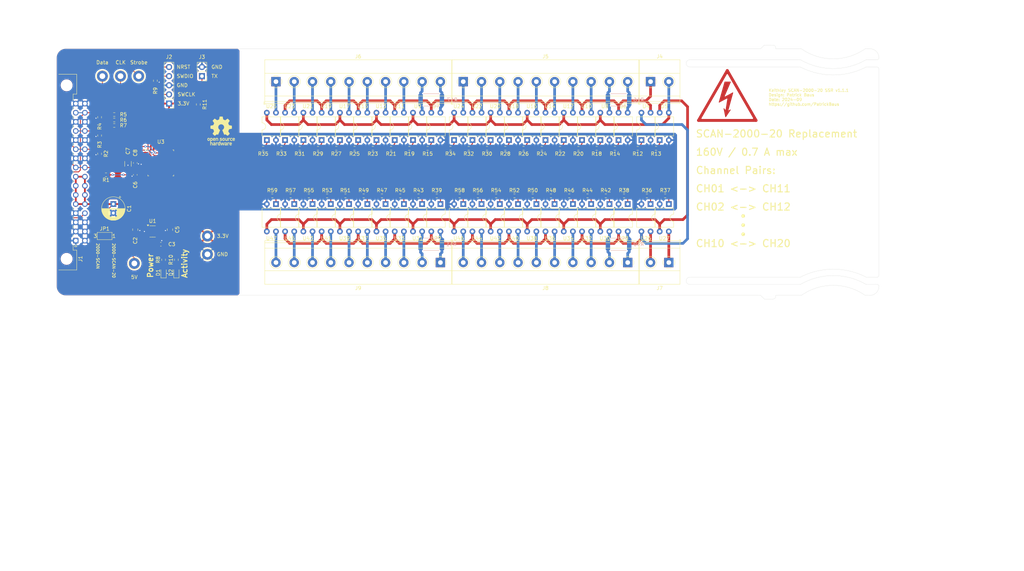
<source format=kicad_pcb>
(kicad_pcb (version 20240108) (generator "pcbnew") (generator_version "8.0")
  (title_block (title "Keithley SCAN-2000-20 SSR") (date "2024-09-26") (rev "1.1.1") (comment 1 "Copyright (©) 2024, Patrick Baus <patrick.baus@physik.tu-darmstadt.de>") (comment 2 "Licensed under CERN OHL v.1.2"))
  (layers (0 "F.Cu" signal) (31 "B.Cu" signal) (34 "B.Paste" user) (35 "F.Paste" user) (36 "B.SilkS" user "B.Silkscreen") (37 "F.SilkS" user "F.Silkscreen") (38 "B.Mask" user) (39 "F.Mask" user) (44 "Edge.Cuts" user))
  (net 0 "")
  (net 1 "GND")
  (net 2 "+5V")
  (net 3 "Net-(U1-NR)")
  (net 4 "+3V3")
  (net 5 "/~{NRST}")
  (net 6 "Net-(U3-NRST)")
  (net 7 "Net-(D1-A)")
  (net 8 "/ID")
  (net 9 "/Microcontroller/SWDIO")
  (net 10 "/Microcontroller/SWCLK")
  (net 11 "Net-(D2-A)")
  (net 12 "/Relays/Input pins/Out_HIGH")
  (net 13 "/Relays/Input pins/Out_LOW")
  (net 14 "Net-(J3-Pin_1)")
  (net 15 "Net-(J5-Pin_1)")
  (net 16 "Net-(J5-Pin_7)")
  (net 17 "Net-(J5-Pin_10)")
  (net 18 "Net-(J5-Pin_2)")
  (net 19 "Net-(J5-Pin_3)")
  (net 20 "Net-(J5-Pin_9)")
  (net 21 "Net-(J5-Pin_5)")
  (net 22 "Net-(J5-Pin_6)")
  (net 23 "Net-(J5-Pin_4)")
  (net 24 "Net-(J5-Pin_8)")
  (net 25 "Net-(J6-Pin_5)")
  (net 26 "Net-(J6-Pin_1)")
  (net 27 "Net-(J6-Pin_8)")
  (net 28 "Net-(J6-Pin_4)")
  (net 29 "Net-(J6-Pin_3)")
  (net 30 "Net-(J6-Pin_2)")
  (net 31 "Net-(J6-Pin_7)")
  (net 32 "Net-(J6-Pin_6)")
  (net 33 "Net-(J6-Pin_10)")
  (net 34 "Net-(J6-Pin_9)")
  (net 35 "Net-(J8-Pin_1)")
  (net 36 "Net-(J8-Pin_8)")
  (net 37 "Net-(J8-Pin_4)")
  (net 38 "Net-(J8-Pin_7)")
  (net 39 "Net-(J8-Pin_3)")
  (net 40 "Net-(J8-Pin_10)")
  (net 41 "Net-(J8-Pin_6)")
  (net 42 "Net-(J8-Pin_5)")
  (net 43 "Net-(J8-Pin_2)")
  (net 44 "Net-(J8-Pin_9)")
  (net 45 "Net-(J9-Pin_10)")
  (net 46 "Net-(J9-Pin_6)")
  (net 47 "Net-(J9-Pin_7)")
  (net 48 "Net-(J9-Pin_4)")
  (net 49 "Net-(J9-Pin_2)")
  (net 50 "Net-(J9-Pin_8)")
  (net 51 "Net-(J9-Pin_9)")
  (net 52 "Net-(J9-Pin_1)")
  (net 53 "Net-(J9-Pin_3)")
  (net 54 "/DATA")
  (net 55 "/STROBE")
  (net 56 "/CLK")
  (net 57 "/Microcontroller/DATA")
  (net 58 "/Microcontroller/CLK")
  (net 59 "/Microcontroller/STROBE")
  (net 60 "/Microcontroller/LED")
  (net 61 "/Microcontroller/TX")
  (net 62 "/Microcontroller/Bus2_input_enable")
  (net 63 "Net-(R12-Pad1)")
  (net 64 "Net-(R13-Pad1)")
  (net 65 "/Microcontroller/CH1")
  (net 66 "Net-(R14-Pad1)")
  (net 67 "/Microcontroller/CH6")
  (net 68 "Net-(R15-Pad1)")
  (net 69 "Net-(R18-Pad1)")
  (net 70 "Net-(R19-Pad1)")
  (net 71 "/Microcontroller/CH2")
  (net 72 "Net-(R20-Pad1)")
  (net 73 "/Microcontroller/CH7")
  (net 74 "Net-(R21-Pad1)")
  (net 75 "Net-(R22-Pad1)")
  (net 76 "Net-(R23-Pad1)")
  (net 77 "/Microcontroller/CH3")
  (net 78 "Net-(R24-Pad1)")
  (net 79 "/Microcontroller/CH8")
  (net 80 "Net-(R25-Pad1)")
  (net 81 "Net-(R26-Pad1)")
  (net 82 "Net-(R27-Pad1)")
  (net 83 "/Microcontroller/CH4")
  (net 84 "Net-(R28-Pad1)")
  (net 85 "/Microcontroller/CH9")
  (net 86 "Net-(R29-Pad1)")
  (net 87 "Net-(R30-Pad1)")
  (net 88 "Net-(R31-Pad1)")
  (net 89 "/Microcontroller/CH5")
  (net 90 "Net-(R32-Pad1)")
  (net 91 "/Microcontroller/CH10")
  (net 92 "Net-(R33-Pad1)")
  (net 93 "Net-(R34-Pad1)")
  (net 94 "Net-(R35-Pad1)")
  (net 95 "/Microcontroller/Bus2_sense_enable")
  (net 96 "Net-(R36-Pad1)")
  (net 97 "Net-(R37-Pad1)")
  (net 98 "/Microcontroller/CH11")
  (net 99 "Net-(R38-Pad1)")
  (net 100 "/Microcontroller/CH16")
  (net 101 "Net-(R39-Pad1)")
  (net 102 "Net-(R42-Pad1)")
  (net 103 "Net-(R43-Pad1)")
  (net 104 "/Microcontroller/CH12")
  (net 105 "Net-(R44-Pad1)")
  (net 106 "/Microcontroller/CH17")
  (net 107 "Net-(R45-Pad1)")
  (net 108 "Net-(R46-Pad1)")
  (net 109 "Net-(R47-Pad1)")
  (net 110 "/Microcontroller/CH13")
  (net 111 "Net-(R48-Pad1)")
  (net 112 "/Microcontroller/CH18")
  (net 113 "Net-(R49-Pad1)")
  (net 114 "Net-(R50-Pad1)")
  (net 115 "Net-(R51-Pad1)")
  (net 116 "/Microcontroller/CH14")
  (net 117 "Net-(R52-Pad1)")
  (net 118 "/Microcontroller/CH19")
  (net 119 "Net-(R53-Pad1)")
  (net 120 "Net-(R54-Pad1)")
  (net 121 "Net-(R55-Pad1)")
  (net 122 "/Microcontroller/CH15")
  (net 123 "Net-(R56-Pad1)")
  (net 124 "/Microcontroller/CH20")
  (net 125 "Net-(R57-Pad1)")
  (net 126 "Net-(R58-Pad1)")
  (net 127 "Net-(R59-Pad1)")
  (net 128 "/Relays/Input pins/Bus_HIGH")
  (net 129 "/Relays/Input pins/Bus_LOW")
  (net 130 "/Relays/Input/Sense pins/Sense_HIGH")
  (net 131 "/Relays/Input/Sense pins/Sense_LOW")
  (net 132 "Net-(J9-Pin_5)")
  (footprint "Symbol:Symbol_HighVoltage_Triangle_17x15mm_Copper" (layer "F.Cu") (at 211.836 61.26)
    (property "Reference" "SYM1" (hide yes))
    (property "Value" "SYM_Flash_Small" (hide yes))
  )
  (footprint "TestPoint:TestPoint_Loop_D2.60mm_Drill1.6mm_Beaded" (layer "F.Cu") (at 67.31 100.33)
    (property "Reference" "TP2" (hide yes))
    (property "Value" "TestPoint")
  )
  (footprint "Custom_footprints_project:TerminalBlock_Phoenix_SMKDSN-1,5-10-5.08_1x10_P5.08mm_Horizontal" (layer "F.Cu") (at 138.43 57.404)
    (property "Reference" "J5")
    (property "Value" "Screw_Terminal_01x10")
  )
  (footprint "Custom_footprints_project:TerminalBlock_Phoenix_SMKDSN-1,5-2-5.08_1x02_P5.08mm_Horizontal" (layer "F.Cu") (at 190.5 57.404)
    (property "Reference" "J4")
    (property "Value" "Screw_Terminal_01x02")
  )
  (footprint "Resistor_SMD:R_0603_1608Metric" (layer "F.Cu") (at 64.77 63.754 -90)
    (property "Reference" "R11")
    (property "Value" "330R")
  )
  (footprint "Resistor_SMD:R_0603_1608Metric" (layer "F.Cu") (at 183.134 89.154 180)
    (property "Reference" "R38")
    (property "Value" "330R")
  )
  (footprint "Package_DIP:DIP-4_W7.62mm" (layer "F.Cu") (at 99.06 73.66 90)
    (property "Reference" "U19")
    (property "Value" "TLP3558A")
  )
  (footprint "Resistor_SMD:R_0603_1608Metric" (layer "F.Cu") (at 37.338 67.31 -90)
    (property "Reference" "R4")
    (property "Value" "10k")
  )
  (footprint "Package_DIP:DIP-4_W7.62mm" (layer "F.Cu") (at 168.91 91.44 -90)
    (property "Reference" "U34")
    (property "Value" "TLP3558A")
  )
  (footprint "Resistor_SMD:R_0603_1608Metric" (layer "F.Cu") (at 145.034 75.946 180)
    (property "Reference" "R30")
    (property "Value" "330R")
  )
  (footprint "Capacitor_SMD:C_0603_1608Metric" (layer "F.Cu") (at 54.356 102.616)
    (property "Reference" "C3")
    (property "Value" "100n")
  )
  (footprint "TestPoint:TestPoint_Loop_D2.60mm_Drill1.6mm_Beaded" (layer "F.Cu") (at 48.2 55.88)
    (property "Reference" "TP6" (hide yes))
    (property "Value" "TestPoint")
  )
  (footprint "Connector_PinHeader_2.54mm:PinHeader_1x05_P2.54mm_Vertical" (layer "F.Cu") (at 56.642 63.5 180)
    (property "Reference" "J2")
    (property "Value" "Conn_01x05")
  )
  (footprint "Package_DIP:DIP-4_W7.62mm" (layer "F.Cu") (at 101.6 91.44 -90)
    (property "Reference" "U41")
    (property "Value" "TLP3558A")
  )
  (footprint "Package_DIP:DIP-4_W7.62mm" (layer "F.Cu") (at 148.59 91.44 -90)
    (property "Reference" "U42")
    (property "Value" "TLP3558A")
  )
  (footprint "Resistor_SMD:R_0603_1608Metric" (layer "F.Cu") (at 128.524 75.946 180)
    (property "Reference" "R15")
    (property "Value" "330R")
  )
  (footprint "Package_DIP:DIP-4_W7.62mm" (layer "F.Cu") (at 163.83 91.44 -90)
    (property "Reference" "U36")
    (property "Value" "TLP3558A")
  )
  (footprint "Package_DIP:DIP-4_W7.62mm" (layer "F.Cu") (at 127 91.44 -90)
    (property "Reference" "U31")
    (property "Value" "TLP3558A")
  )
  (footprint "Resistor_SMD:R_0603_1608Metric" (layer "F.Cu") (at 82.804 75.946 180)
    (property "Reference" "R35")
    (property "Value" "330R")
  )
  (footprint "Package_DIP:DIP-4_W7.62mm" (layer "F.Cu") (at 119.38 73.66 90)
    (property "Reference" "U11")
    (property "Value" "TLP3558A")
  )
  (footprint "Package_DIP:DIP-4_W7.62mm" (layer "F.Cu") (at 181.61 73.66 90)
    (property "Reference" "U6")
    (property "Value" "TLP3558A")
  )
  (footprint "Package_DIP:DIP-4_W7.62mm" (layer "F.Cu") (at 146.05 73.66 90)
    (property "Reference" "U20")
    (property "Value" "TLP3558A")
  )
  (footprint "Package_DIP:DIP-4_W7.62mm" (layer "F.Cu") (at 143.51 91.44 -90)
    (property "Reference" "U44")
    (property "Value" "TLP3558A")
  )
  (footprint "Resistor_SMD:R_0603_1608Metric" (layer "F.Cu") (at 152.654 89.154 180)
    (property "Reference" "R52")
    (property "Value" "330R")
  )
  (footprint "Resistor_SMD:R_0603_1608Metric" (layer "F.Cu") (at 87.884 75.946 180)
    (property "Reference" "R33")
    (property "Value" "330R")
  )
  (footprint "Resistor_SMD:R_0603_1608Metric" (layer "F.Cu") (at 131.064 89.154 180)
    (property "Reference" "R39")
    (property "Value" "330R")
  )
  (footprint "Package_DIP:DIP-4_W7.62mm" (layer "F.Cu") (at 166.37 73.66 90)
    (property "Reference" "U12")
    (property "Value" "TLP3558A")
  )
  (footprint "Package_DIP:DIP-4_W7.62mm" (layer "F.Cu") (at 187.96 73.66 90)
    (property "Reference" "U4")
    (property "Value" "TLP3558A")
  )
  (footprint "Package_DIP:DIP-4_W7.62mm" (layer "F.Cu") (at 114.3 73.66 90)
    (property "Reference" "U13")
    (property "Value" "TLP3558A")
  )
  (footprint "Package_DIP:DIP-4_W7.62mm" (layer "F.Cu") (at 176.53 73.66 90)
    (property "Reference" "U8")
    (property "Value" "TLP3558A")
  )
  (footprint "Resistor_SMD:R_0603_1608Metric" (layer "F.Cu") (at 103.124 75.946 180)
    (property "Reference" "R27")
    (property "Value" "330R")
  )
  (footprint "Jumper:SolderJumper-3_P1.3mm_Bridged12_Pad1.0x1.5mm_NumberLabels" (layer "F.Cu") (at 38.735 100.33 180)
    (property "Reference" "JP1")
    (property "Value" "SolderJumper_3_Bridged12")
  )
  (footprint "Resistor_SMD:R_0603_1608Metric" (layer "F.Cu") (at 180.594 75.946 180)
    (property "Reference" "R14")
    (property "Value" "330R")
  )
  (footprint "Package_DIP:DIP-4_W7.62mm" (layer "F.Cu") (at 129.54 73.66 90)
    (property "Reference" "U7")
    (property "Value" "TLP3558A")
  )
  (footprint "LED_SMD:LED_0603_1608Metric" (layer "F.Cu") (at 55.118 110.49 90)
    (property "Reference" "D1")
    (property "Value" "Green")
  )
  (footprint "Resistor_SMD:R_0603_1608Metric" (layer "F.Cu") (at 120.904 89.154 180)
    (property "Reference" "R45")
    (property "Value" "330R")
  )
  (footprint "Package_DIP:DIP-4_W7.62mm" (layer "F.Cu") (at 151.13 73.66 90)
    (property "Reference" "U18")
    (property "Value" "TLP3558A")
  )
  (footprint "Capacitor_SMD:C_0603_1608Metric" (layer "F.Cu") (at 47.244 83.312 -90)
    (property "Reference" "C6")
    (property "Value" "100n")
  )
  (footprint "Resistor_SMD:R_0603_1608Metric" (layer "F.Cu") (at 118.364 75.946 180)
    (property "Reference" "R21")
    (property "Value" "330R")
  )
  (footprint "Capacitor_THT:CP_Radial_D6.3mm_P2.50mm" (layer "F.Cu") (at 41.148 91.44 -90)
    (property "Reference" "C1")
    (property "Value" "10u")
  )
  (footprint "Resistor_SMD:R_0603_1608Metric" (layer "F.Cu") (at 139.954 75.946 180)
    (property "Reference" "R32")
    (property "Value" "330R")
  )
  (footprint "Resistor_SMD:R_0603_1608Metric" (layer "F.Cu") (at 134.874 75.946 180)
    (property "Reference" "R34")
    (property "Value" "330R")
  )
  (footprint "Resistor_SMD:R_0603_1608Metric" (layer "F.Cu") (at 178.054 89.154 180)
    (property "Reference" "R42")
    (property "Value" "330R")
  )
  (footprint "Package_DIP:DIP-4_W7.62mm" (layer "F.Cu") (at 135.89 73.66 90)
    (property "Reference" "U24")
    (property "Value" "TLP3558A")
  )
  (footprint "Resistor_SMD:R_0603_1608Metric" (layer "F.Cu") (at 147.574 89.154 180)
    (property "Reference" "R54")
    (property "Value" "330R")
  )
  (footprint "TestPoint:TestPoint_Loop_D2.60mm_Drill1.6mm_Beaded" (layer "F.Cu") (at 43.15 55.88)
    (property "Reference" "TP5" (hide yes))
    (property "Value" "TestPoint")
  )
  (footprint "Resistor_SMD:R_0603_1608Metric" (layer "F.Cu") (at 98.044 75.946 180)
    (property "Reference" "R29")
    (property "Value" "330R")
  )
  (footprint "Resistor_SMD:R_0603_1608Metric" (layer "F.Cu") (at 170.434 75.946 180)
    (property "Reference" "R20")
    (property "Value" "330R")
  )
  (footprint "Package_DIP:DIP-4_W7.62mm" (layer "F.Cu") (at 96.52 91.44 -90)
    (property "Reference" "U43")
    (property "Value" "TLP3558A")
  )
  (footprint "Resistor_SMD:R_0603_1608Metric" (layer "F.Cu") (at 167.894 89.154 180)
    (property "Reference" "R46")
    (property "Value" "330R")
  )
  (footprint "Resistor_SMD:R_0603_1608Metric" (layer "F.Cu") (at 123.444 75.946 180)
    (property "Reference" "R19")
    (property "Value" "330R")
  )
  (footprint "Symbol:OSHW-Logo_7.5x8mm_SilkScreen" (layer "F.Cu") (at 71.12 71.12)
    (property "Reference" "LOGO2" (hide yes))
    (property "Value" "Logo_Open_Hardware_Small" (hide yes))
  )
  (footprint "Package_QFP:LQFP-32_7x7mm_P0.8mm" (layer "F.Cu") (at 54.356 80.01)
    (property "Reference" "U3")
    (property "Value" "STM32G070KBT6")
  )
  (footprint "Resistor_SMD:R_0603_1608Metric" (layer "F.Cu") (at 37.338 72.39 -90)
    (property "Reference" "R3")
    (property "Value" "10k")
  )
  (footprint "Resistor_SMD:R_0603_1608Metric" (layer "F.Cu") (at 172.974 89.154 180)
    (property "Reference" "R44")
    (property "Value" "330R")
  )
  (footprint "Package_DIP:DIP-4_W7.62mm" (layer "F.Cu") (at 83.82 73.66 90)
    (property "Reference" "U25")
    (property "Value" "TLP3558A")
  )
  (footprint "Resistor_SMD:R_0603_1608Metric" (layer "F.Cu") (at 194.564 89.154 180)
    (property "Reference" "R37")
    (property "Value" "330R")
  )
  (footprint "Package_DIP:DIP-4_W7.62mm" (layer "F.Cu") (at 104.14 73.66 90)
    (property "Reference" "U17")
    (property "Value" "TLP3558A")
  )
  (footprint "Package_DIP:DIP-4_W7.62mm" (layer "F.Cu") (at 171.45 73.66 90)
    (property "Reference" "U10")
    (property "Value" "TLP3558A")
  )
  (footprint "Resistor_SMD:R_0603_1608Metric" (layer "F.Cu") (at 108.204 75.946 180)
    (property "Reference" "R25")
    (property "Value" "330R")
  )
  (footprint "Connector_PinHeader_2.54mm:PinHeader_1x02_P2.54mm_Vertical" (layer "F.Cu") (at 65.786 55.88 180)
    (property "Reference" "J3")
    (property "Value" "Conn_01x02")
  )
  (footprint "Resistor_SMD:R_0603_1608Metric" (layer "F.Cu") (at 52.832 57.15 -90)
    (property "Reference" "R9")
    (property "Value" "10k")
  )
  (footprint "Package_DIP:DIP-4_W7.62mm" (layer "F.Cu") (at 158.75 91.44 -90)
    (property "Reference" "U38")
    (property "Value" "TLP3558A")
  )
  (footprint "Resistor_SMD:R_0603_1608Metric" (layer "F.Cu") (at 90.424 89.154 180)
    (property "Reference" "R57")
    (property "Value" "330R")
  )
  (footprint "Package_DIP:DIP-4_W7.62mm" (layer "F.Cu") (at 109.22 73.66 90)
    (property "Reference" "U15")
    (property "Value" "TLP3558A")
  )
  (footprint "Capacitor_SMD:C_0805_2012Metric" (layer "F.Cu") (at 56.896 98.552 -90)
    (property "Reference" "C5")
    (property "Value" "1u")
  )
  (footprint "Package_DIP:DIP-4_W7.62mm" (layer "F.Cu") (at 193.04 73.66 90)
    (property "Reference" "U5")
    (property "Value" "TLP3558A")
  )
  (footprint "Resistor_SMD:R_0603_1608Metric" (layer "F.Cu") (at 37.338 77.47 -90)
    (property "Reference" "R2")
    (property "Value" "10k")
  )
  (footprint "Package_DIP:DIP-4_W7.62mm" (layer "F.Cu") (at 111.76 91.44 -90)
    (property "Reference" "U37")
    (property "Value" "TLP3558A")
  )
  (footprint "Resistor_SMD:R_0603_1608Metric" (layer "F.Cu") (at 55.118 106.934 -90)
    (property "Reference" "R8")
    (property "Value" "330R")
  )
  (footprint "Resistor_SMD:R_0603_1608Metric" (layer "F.Cu") (at 113.284 75.946 180)
    (property "Reference" "R23")
    (property "Value" "330R")
  )
  (footprint "Resistor_SMD:R_0603_1608Metric" (layer "F.Cu") (at 100.584 89.154 180)
    (property "Reference" "R53")
    (property "Value" "330R")
  )
  (footprint "Resistor_SMD:R_0603_1608Metric" (layer "F.Cu") (at 192.024 75.946 180)
    (property "Reference" "R13")
    (property "Value" "330R")
  )
  (footprint "Resistor_SMD:R_0603_1608Metric" (layer "F.Cu") (at 150.114 75.946 180)
    (property "Reference" "R28")
    (property "Value" "330R")
  )
  (footprint "Resistor_SMD:R_0603_1608Metric" (layer "F.Cu") (at 41.402 66.548 180)
    (property "Reference" "R5")
    (property "Value" "330R")
  )
  (footprint "Package_DIP:DIP-4_W7.62mm" (layer "F.Cu") (at 140.97 73.66 90)
    (property "Reference" "U22")
    (property "Value" "TLP3558A")
  )
  (footprint "Resistor_SMD:R_0603_1608Metric" (layer "F.Cu") (at 175.514 75.946 180)
    (property "Reference" "R18")
    (property "Value" "330R")
  )
  (footprint "Package_DIP:DIP-4_W7.62mm" (layer "F.Cu") (at 121.92 91.44 -90)
    (property "Reference" "U33")
    (property "Value" "TLP3558A")
  )
  (footprint "Resistor_SMD:R_0603_1608Metric" (layer "F.Cu") (at 162.814 89.154 180)
    (property "Reference" "R48")
    (property "Value" "330R")
  )
  (footprint "Connector_DIN:DIN41612_B2_2x16_Male_Horizontal_THT" (layer "F.Cu") (at 30.7 101.60508 90)
    (property "Reference" "J1")
    (property "Value" "Conn_02x16_Row_Letter_First")
  )
  (footprint "Package_DIP:DIP-4_W7.62mm" (layer "F.Cu") (at 88.9 73.66 90)
    (property "Reference" "U23")
    (property "Value" "TLP3558A")
  )
  (footprint "Package_DIP:DIP-4_W7.62mm" (layer "F.Cu") (at 106.68 91.44 -90)
    (property "Reference" "U39")
    (property "Value" "TLP3558A")
  )
  (footprint "Resistor_SMD:R_0603_1608Metric" (layer "F.Cu") (at 85.344 89.154 180)
    (property "Reference" "R59")
    (property "Value" "330R")
  )
  (footprint "Package_DIP:DIP-4_W7.62mm" (layer "F.Cu") (at 86.36 91.44 -90)
    (property "Reference" "U47")
    (property "Value" "TLP3558A")
  )
  (footprint "Capacitor_SMD:C_0805_2012Metric" (layer "F.Cu") (at 47.244 98.552 -90)
    (property "Reference" "C2")
    (property "Value" "1u")
  )
  (footprint "Package_DIP:DIP-4_W7.62mm" (layer "F.Cu") (at 138.43 91.44 -90)
    (property "Reference" "U46")
    (property "Value" "TLP3558A")
  )
  (footprint "TestPoint:TestPoint_Loop_D2.60mm_Drill1.6mm_Beaded" (layer "F.Cu") (at 46.99 107.95)
    (property "Reference" "TP1" (hide yes))
    (property "Value" "TestPoint")
  )
  (footprint "Capacitor_SMD:C_0603_1608Metric" (layer "F.Cu") (at 47.244 80.01 -90)
    (property "Reference" "C8")
    (property "Value" "100n")
  )
  (footprint "Custom_footprints_project:TerminalBlock_Phoenix_SMKDSN-1,5-2-5.08_1x02_P5.08mm_Horizontal" (layer "F.Cu") (at 195.58 107.696 180)
    (property "Reference" "J7")
    (property "Value" "Screw_Terminal_01x02")
  )
  (footprint "Custom_footprints_project:TerminalBlock_Phoenix_SMKDSN-1,5-10-5.08_1x10_P5.08mm_Horizontal" (layer "F.Cu") (at 132.08 107.696 180)
    (property "Reference" "J9")
    (property "Value" "Screw_Terminal_01x10")
  )
  (footprint "Capacitor_SMD:C_1206_3216Metric" (layer "F.Cu") (at 45.212 80.264 -90)
    (property "Reference" "C7")
    (property "Value" "4.7u")
  )
  (footprint "TestPoint:TestPoint_Loop_D2.60mm_Drill1.6mm_Beaded" (layer "F.Cu") (at 67.31 105.41)
    (property "Reference" "TP3" (hide yes))
    (property "Value" "TestPoint")
  )
  (footprint "Package_DIP:DIP-4_W7.62mm" (layer "F.Cu") (at 156.21 73.66 90)
    (property "Reference" "U16")
    (property "Value" "TLP3558A")
  )
  (footprint "Package_DIP:DIP-4_W7.62mm" (layer "F.Cu") (at 116.84 91.44 -90)
    (property "Reference" "U35")
    (property "Value" "TLP3558A")
  )
  (footprint "Package_DIP:DIP-4_W7.62mm" (layer "F.Cu") (at 124.46 73.66 90)
    (property "Reference" "U9")
    (property "Value" "TLP3558A")
  )
  (footprint "Resistor_SMD:R_0603_1608Metric" (layer "F.Cu") (at 137.414 89.154 180)
    (property "Reference" "R58")
    (property "Value" "330R")
  )
  (footprint "LED_SMD:LED_0603_1608Metric" (layer "F.Cu") (at 58.674 110.49 90)
    (property "Reference" "D2")
    (property "Value" "Green")
  )
  (footprint "Resistor_SMD:R_0603_1608Metric" (layer "F.Cu") (at 41.402 68.072 180)
    (property "Reference" "R6")
    (property "Value" "330R")
  )
  (footprint "Resistor_SMD:R_0603_1608Metric" (layer "F.Cu") (at 142.494 89.154 180)
    (property "Reference" "R56")
    (property "Value" "330R")
  )
  (footprint "Resistor_SMD:R_0603_1608Metric" (layer "F.Cu") (at 95.504 89.154 180)
    (property "Reference" "R55")
    (property "Value" "330R")
  )
  (footprint "Package_DIP:DIP-4_W7.62mm" (layer "F.Cu") (at 93.98 73.66 90)
    (property "Reference" "U21")
    (property "Value" "TLP3558A")
  )
  (footprint "Resistor_SMD:R_0603_1608Metric" (layer "F.Cu") (at 105.664 89.154 180)
    (property "Reference" "R51")
    (property "Value" "330R")
  )
  (footprint "Resistor_SMD:R_0603_1608Metric" (layer "F.Cu") (at 92.964 75.946 180)
    (property "Reference" "R31")
    (property "Value" "330R")
  )
  (footprint "Package_DIP:DIP-4_W7.62mm" (layer "F.Cu") (at 184.15 91.44 -90)
    (property "Reference" "U28")
    (property "Value" "TLP3558A")
  )
  (footprint "Package_DIP:DIP-4_W7.62mm" (layer "F.Cu") (at 132.08 91.44 -90)
    (property "Reference" "U29")
    (property "Value" "TLP3558A")
  )
  (footprint "Resistor_SMD:R_0603_1608Metric" (layer "F.Cu") (at 110.744 89.154 180)
    (property "Reference" "R49")
    (property "Value" "330R")
  )
  (footprint "Package_DIP:DIP-4_W7.62mm" (layer "F.Cu") (at 153.67 91.44 -90)
    (property "Reference" "U40")
    (property "Value" "TLP3558A")
  )
  (footprint "Resistor_SMD:R_0603_1608Metric" (layer "F.Cu") (at 125.984 89.154 180)
    (property "Reference" "R43")
    (property "Value" "330R")
  )
  (footprint "Package_TO_SOT_SMD:SOT-23-5" (layer "F.Cu") (at 52.07 99.06)
    (property "Reference" "U1")
    (property "Value" "TPS73233DBVR")
  )
  (footprint "Package_DIP:DIP-4_W7.62mm" (layer "F.Cu") (at 91.44 91.44 -90)
    (property "Reference" "U45")
    (property "Value" "TLP3558A")
  )
  (footprint "Resistor_SMD:R_0603_1608Metric" (layer "F.Cu") (at 115.824 89.154 180)
    (property "Reference" "R47")
    (property "Value" "330R")
  )
  (footprint "Package_DIP:DIP-4_W7.62mm" (layer "F.Cu") (at 161.29 73.66 90)
    (property "Reference" "U14")
    (property "Value" "TLP3558A")
  )
  (footprint "Package_DIP:DIP-4_W7.62mm" (layer "F.Cu") (at 190.5 91.44 -90)
    (property "Reference" "U26")
    (property "Value" "TLP3558A")
  )
  (footprint "Resistor_SMD:R_0603_1608Metric" (layer "F.Cu") (at 155.194 75.946 180)
    (property "Reference" "R26")
    (property "Value" "330R")
  )
  (footprint "Package_DIP:DIP-4_W7.62mm" (layer "F.Cu") (at 173.99 91.44 -90)
    (property "Reference" "U32")
    (property "Value" "TLP3558A")
  )
  (footprint "Resistor_SMD:R_0603_1608Metric" (layer "F.Cu") (at 189.484 89.154 180)
    (property "Reference" "R36")
    (property "Value" "330R")
  )
  (footprint "Package_DIP:DIP-4_W7.62mm" (layer "F.Cu") (at 179.07 91.44 -90)
    (property "Reference" "U30")
    (property "Value" "TLP3558A")
  )
  (footprint "Resistor_SMD:R_0603_1608Metric" (layer "F.Cu") (at 157.734 89.154 180)
    (property "Reference" "R50")
    (property "Value" "330R")
  )
  (footprint "Resistor_SMD:R_0603_1608Metric" (layer "F.Cu") (at 186.944 75.946 180)
    (property "Reference" "R12")
    (property "Value" "330R")
  )
  (footprint "Resistor_SMD:R_0603_1608Metric" (layer "F.Cu") (at 58.674 106.934 -90)
    (property "Reference" "R10")
    (property "Value" "330R")
  )
  (footprint "Resistor_SMD:R_0603_1608Metric" (layer "F.Cu") (at 160.274 75.946 180)
    (property "Reference" "R24")
    (property "Value" "330R")
  )
  (footprint "Resistor_SMD:R_0603_1608Metric" (layer "F.Cu") (at 41.402 69.596 180)
    (property "Reference" "R7")
    (property "Value" "330R")
  )
  (footprint "Resistor_SMD:R_0603_1608Metric" (layer "F.Cu") (at 165.354 75.946 180)
    (property "Reference" "R22")
    (property "Value" "330R")
  )
  (footprint "Custom_footprints_project:TerminalBlock_Phoenix_SMKDSN-1,5-10-5.08_1x10_P5.08mm_Horizontal" (layer "F.Cu") (at 184.15 107.696 180)
    (property "Reference" "J8")
    (property "Value" "Screw_Terminal_01x10")
  )
  (footprint "TestPoint:TestPoint_Loop_D2.60mm_Drill1.6mm_Beaded" (layer "F.Cu") (at 38.1 55.88)
    (property "Reference" "TP4" (hide yes))
    (property "Value" "TestPoint")
  )
  (footprint "Package_DIP:DIP-4_W7.62mm" (layer "F.Cu") (at 195.58 91.44 -90)
    (property "Reference" "U27")
    (property "Value" "TLP3558A")
  )
  (footprint "Custom_footprints_project:TerminalBlock_Phoenix_SMKDSN-1,5-10-5.08_1x10_P5.08mm_Horizontal" (layer "F.Cu") (at 86.36 57.404)
    (property "Reference" "J6")
    (property "Value" "Screw_Terminal_01x10")
  )
  (footprint "Resistor_SMD:R_0603_1608Metric" (layer "F.Cu") (at 39.116 83.312 180)
    (property "Reference" "R1")
    (property "Value" "330R")
  )
  (footprint "Resistor_SMD:R_2512_6332Metric" (layer "B.Cu") (at 181.61 102.616)
    (property "Reference" "R40")
    (property "Value" "2m")
  )
  (footprint "Resistor_SMD:R_2512_6332Metric" (layer "B.Cu") (at 129.54 102.616)
    (property "Reference" "R41")
    (property "Value" "2m")
  )
  (footprint "Resistor_SMD:R_2512_6332Metric" (layer "B.Cu") (at 181.61 62.484)
    (property "Reference" "R16")
    (property "Value" "2m")
  )
  (footprint "Resistor_SMD:R_2512_6332Metric" (layer "B.Cu") (at 129.54 62.484)
    (property "Reference" "R17")
    (property "Value" "2m")
  )
  (gr_circle (center 216.2556 94.76) (end 216.5096 94.76) (stroke (width 0.508)) (fill none) (layer "F.SilkS"))
  (gr_circle (center 216.2556 99.84) (end 216.5096 99.84) (stroke (width 0.508)) (fill none) (layer "F.SilkS"))
  (gr_circle (center 216.2556 97.3) (end 216.5096 97.3) (stroke (width 0.508)) (fill none) (layer "F.SilkS"))
  (gr_line (start 222.123 47.244) (end 224.536 47.244) (stroke (width 0.05)) (layer "Edge.Cuts"))
  (gr_line (start 27.94 48.26) (end 221.107 48.26) (stroke (width 0.05)) (layer "Edge.Cuts"))
  (gr_line (start 250.192516 48.261761) (end 251.462516 48.261761) (stroke (width 0.05)) (layer "Edge.Cuts"))
  (gr_arc (start 27.94 116.84) (mid 26.143949 116.096051) (end 25.4 114.3) (stroke (width 0.05)) (layer "Edge.Cuts"))
  (gr_line (start 225.298 48.26) (end 225.298 48.006) (stroke (width 0.05)) (layer "Edge.Cuts"))
  (gr_line (start 221.107 48.26) (end 222.123 47.244) (stroke (width 0.05)) (layer "Edge.Cuts"))
  (gr_arc (start 201.422 113.792) (mid 200.406 112.776) (end 201.422 111.76) (stroke (width 0.05)) (layer "Edge.Cuts"))
  (gr_line (start 250.444 113.792) (end 253.492 113.792) (stroke (width 0.05)) (layer "Edge.Cuts"))
  (gr_arc (start 224.536 47.244) (mid 225.074815 47.467185) (end 225.298 48.006) (stroke (width 0.05)) (layer "Edge.Cuts"))
  (gr_arc (start 253.492 113.792) (mid 253.85059 113.940171) (end 253.999997 114.298248) (stroke (width 0.05)) (layer "Edge.Cuts"))
  (gr_line (start 254 111.252) (end 254 53.848) (stroke (width 0.05)) (layer "Edge.Cuts"))
  (gr_line (start 250.444 53.34) (end 253.492 53.34) (stroke (width 0.05)) (layer "Edge.Cuts"))
  (gr_line (start 25.4 114.3) (end 25.4 50.8) (stroke (width 0.05)) (layer "Edge.Cuts"))
  (gr_arc (start 253.999997 50.801752) (mid 253.85059 51.159829) (end 253.492 51.308) (stroke (width 0.05)) (layer "Edge.Cuts"))
  (gr_line (start 250.444 51.308) (end 253.492 51.308) (stroke (width 0.05)) (layer "Edge.Cuts"))
  (gr_arc (start 232.41 116.84) (mid 241.3 114.037674) (end 250.19 116.84) (stroke (width 0.05)) (layer "Edge.Cuts"))
  (gr_arc (start 250.444 51.308) (mid 241.3 53.770224) (end 232.156 51.308) (stroke (width 0.05)) (layer "Edge.Cuts"))
  (gr_arc (start 251.462516 48.261761) (mid 253.257657 49.005876) (end 253.999997 50.801752) (stroke (width 0.05)) (layer "Edge.Cuts"))
  (gr_line (start 27.94 116.84) (end 221.1166 116.84) (stroke (width 0.05)) (layer "Edge.Cuts"))
  (gr_line (start 225.298 116.84) (end 232.41 116.84) (stroke (width 0.05)) (layer "Edge.Cuts"))
  (gr_arc (start 201.422 53.34) (mid 200.406 52.324) (end 201.422 51.308) (stroke (width 0.05)) (layer "Edge.Cuts"))
  (gr_line (start 222.123 117.856) (end 224.536 117.856) (stroke (width 0.05)) (layer "Edge.Cuts"))
  (gr_line (start 201.422 51.308) (end 232.156 51.308) (stroke (width 0.05)) (layer "Edge.Cuts"))
  (gr_arc (start 253.999997 114.298248) (mid 253.256669 116.095431) (end 251.46 116.84) (stroke (width 0.05)) (layer "Edge.Cuts"))
  (gr_line (start 201.422 111.76) (end 232.156 111.76) (stroke (width 0.05)) (layer "Edge.Cuts"))
  (gr_arc (start 250.192516 48.261761) (mid 241.30098 51.064087) (end 232.41 48.26) (stroke (width 0.05)) (layer "Edge.Cuts"))
  (gr_line (start 250.19 116.84) (end 251.46 116.84) (stroke (width 0.05)) (layer "Edge.Cuts"))
  (gr_arc (start 25.4 50.8) (mid 26.143949 49.003949) (end 27.94 48.26) (stroke (width 0.05)) (layer "Edge.Cuts"))
  (gr_arc (start 254 111.252) (mid 253.85121 111.61121) (end 253.492 111.76) (stroke (width 0.05)) (layer "Edge.Cuts"))
  (gr_arc (start 253.492 53.34) (mid 253.85121 53.48879) (end 254 53.848) (stroke (width 0.05)) (layer "Edge.Cuts"))
  (gr_arc (start 232.156 111.76) (mid 241.3 109.546473) (end 250.444 111.76) (stroke (width 0.05)) (layer "Edge.Cuts"))
  (gr_arc (start 250.444 53.34) (mid 241.3 55.553527) (end 232.156 53.34) (stroke (width 0.05)) (layer "Edge.Cuts"))
  (gr_line (start 225.298 117.094) (end 225.298 116.84) (stroke (width 0.05)) (layer "Edge.Cuts"))
  (gr_line (start 250.444 111.76) (end 253.492 111.76) (stroke (width 0.05)) (layer "Edge.Cuts"))
  (gr_line (start 201.422 113.792) (end 232.156 113.792) (stroke (width 0.05)) (layer "Edge.Cuts"))
  (gr_line (start 225.298 48.26) (end 232.41 48.26) (stroke (width 0.05)) (layer "Edge.Cuts"))
  (gr_line (start 201.422 53.34) (end 232.156 53.34) (stroke (width 0.05)) (layer "Edge.Cuts"))
  (gr_arc (start 225.298 117.094) (mid 225.074815 117.632815) (end 224.536 117.856) (stroke (width 0.05)) (layer "Edge.Cuts"))
  (gr_arc (start 232.156 113.792) (mid 241.3 111.329776) (end 250.444 113.792) (stroke (width 0.05)) (layer "Edge.Cuts"))
  (gr_line (start 221.1166 116.84) (end 222.123 117.856) (stroke (width 0.05)) (layer "Edge.Cuts"))
  (gr_text "Keithley SCAN-2000-20 SSR v1.1.1\nDesign: Patrick Baus\nDate: 2024-09\nhttps://github.com/PatrickBaus" (at 223.266 61.76 0) (layer "F.SilkS") (effects (font (size 0.8 0.8)) (justify left)))
  (gr_text "CH02 <-> CH12" (at 202.946 92.22 0) (layer "F.SilkS") (effects (font (size 2 2) (thickness 0.3)) (justify left)))
  (gr_text "SCAN-2000-20 Replacement" (at 202.946 71.9 0) (layer "F.SilkS") (effects (font (size 2 2) (thickness 0.3)) (justify left)))
  (gr_text "CH01 <-> CH11" (at 202.946 87.14 0) (layer "F.SilkS") (effects (font (size 2 2) (thickness 0.3)) (justify left)))
  (gr_text "2000-SCAN-20" (at 41.275 102.235 270) (layer "F.SilkS") (effects (font (size 0.8 0.8)) (justify left)))
  (gr_text "Data" (at 38.1 52.07 0) (layer "F.SilkS") (effects (font (size 1 1))))
  (gr_text "Activity" (at 60.96 107.95 90) (layer "F.SilkS") (effects (font (size 1.5 1.5) (thickness 0.3))))
  (gr_text "160V / 0.7 A max" (at 202.946 76.98 0) (layer "F.SilkS") (effects (font (size 2 2) (thickness 0.3)) (justify left)))
  (gr_text "CLK" (at 43.18 52.07 0) (layer "F.SilkS") (effects (font (size 1 1))))
  (gr_text "3.3V" (at 69.85 100.33 0) (layer "F.SilkS") (effects (font (size 1 1)) (justify left)))
  (gr_text "GND" (at 68.326 53.34 0) (layer "F.SilkS") (effects (font (size 1 1)) (justify left)))
  (gr_text "5V" (at 46.99 111.76 0) (layer "F.SilkS") (effects (font (size 1 1))))
  (gr_text "GND" (at 69.85 105.41 0) (layer "F.SilkS") (effects (font (size 1 1)) (justify left)))
  (gr_text "TX" (at 68.326 55.88 0) (layer "F.SilkS") (effects (font (size 1 1)) (justify left)))
  (gr_text "2000-SCAN" (at 36.83 102.235 -90) (layer "F.SilkS") (effects (font (size 0.8 0.8)) (justify left)))
  (gr_text "Channel Pairs:" (at 202.946 82.06 0) (layer "F.SilkS") (effects (font (size 2 2) (thickness 0.3)) (justify left)))
  (gr_text "CH10 <-> CH20" (at 202.946 102.38 0) (layer "F.SilkS") (effects (font (size 2 2) (thickness 0.3)) (justify left)))
  (gr_text "Power" (at 51.435 108.585 90) (layer "F.SilkS") (effects (font (size 1.5 1.5) (thickness 0.3))))
  (gr_text "Strobe" (at 48.26 52.07 0) (layer "F.SilkS") (effects (font (size 1 1))))
  (gr_text "GND" (at 58.674 58.42 0) (layer "F.SilkS") (effects (font (size 1 1)) (justify left)))
  (gr_text "SWDIO" (at 58.674 55.88 0) (layer "F.SilkS") (effects (font (size 1 1)) (justify left)))
  (gr_text "SWCLK" (at 58.928 60.96 0) (layer "F.SilkS") (effects (font (size 1 1)) (justify left)))
  (gr_text "NRST" (at 58.674 53.34 0) (layer "F.SilkS") (effects (font (size 1 1)) (justify left)))
  (gr_text "3.3V" (at 58.928 63.5 0) (layer "F.SilkS") (effects (font (size 1 1)) (justify left)))
  (segment (start 47.244 99.502) (end 47.818 99.502) (width 0.5) (layer "F.Cu") (net 1))
  (segment (start 45.212 81.739) (end 45.212 80.645) (width 0.25) (layer "F.Cu") (net 1))
  (segment (start 37.338 73.215) (end 36.893 73.215) (width 0.25) (layer "F.Cu") (net 1))
  (segment (start 47.244 84.087) (end 46.749 84.087) (width 0.25) (layer "F.Cu") (net 1))
  (segment (start 36.893 68.135) (end 37.338 68.135) (width 0.25) (layer "F.Cu") (net 1))
  (segment (start 55.131 102.121) (end 54.61 101.6) (width 0.25) (layer "F.Cu") (net 1))
  (segment (start 46.749 84.087) (end 46.355 83.693) (width 0.25) (layer "F.Cu") (net 1))
  (segment (start 50.97 99.06) (end 49.784 99.06) (width 0.5) (layer "F.Cu") (net 1))
  (segment (start 58.1915 111.2775) (end 57.658 110.744) (width 0.25) (layer "F.Cu") (net 1))
  (segment (start 58.674 111.2775) (end 58.1915 111.2775) (width 0.25) (layer "F.Cu") (net 1))
  (segment (start 36.322 77.724) (end 36.893 78.295) (width 0.25) (layer "F.Cu") (net 1))
  (segment (start 55.6005 111.2775) (end 56.134 110.744) (width 0.25) (layer "F.Cu") (net 1))
  (segment (start 55.118 111.2775) (end 55.6005 111.2775) (width 0.25) (layer "F.Cu") (net 1))
  (segment (start 56.322 99.502) (end 55.626 98.806) (width 0.5) (layer "F.Cu") (net 1))
  (segment (start 36.893 78.295) (end 37.338 78.295) (width 0.25) (layer "F.Cu") (net 1))
  (segment (start 48.895 80.391) (end 50.162 80.391) (width 0.25) (layer "F.Cu") (net 1))
  (segment (start 36.893 73.215) (end 36.322 72.644) (width 0.25) (layer "F.Cu") (net 1))
  (segment (start 50.162 80.391) (end 50.181 80.41) (width 0.25) (layer "F.Cu") (net 1))
  (segment (start 47.818 99.502) (end 48.514 98.806) (width 0.5) (layer "F.Cu") (net 1))
  (segment (start 36.322 67.564) (end 36.893 68.135) (width 0.25) (layer "F.Cu") (net 1))
  (segment (start 47.612 80.785) (end 48.133 80.264) (width 0.25) (layer "F.Cu") (net 1))
  (segment (start 56.896 99.502) (end 56.322 99.502) (width 0.5) (layer "F.Cu") (net 1))
  (segment (start 47.244 80.785) (end 47.612 80.785) (width 0.25) (layer "F.Cu") (net 1))
  (segment (start 55.131 102.616) (end 55.131 102.121) (width 0.25) (layer "F.Cu") (net 1))
  (segment (start 53.485 57.975) (end 53.9 57.56) (width 0.25) (layer "F.Cu") (net 1))
  (segment (start 52.832 57.975) (end 53.485 57.975) (width 0.25) (layer "F.Cu") (net 1))
  (via (at 48.895 80.391) (size 0.6) (drill 0.3) (layers "F.Cu" "B.Cu") (net 1))
  (via (at 49.784 99.06) (size 0.6) (drill 0.3) (layers "F.Cu" "B.Cu") (net 1))
  (via (at 55.626 98.806) (size 0.6) (drill 0.3) (layers "F.Cu" "B.Cu") (net 1))
  (via (at 48.514 98.806) (size 0.6) (drill 0.3) (layers "F.Cu" "B.Cu") (net 1))
  (via (at 57.658 110.744) (size 0.6) (drill 0.3) (layers "F.Cu" "B.Cu") (net 1))
  (via (at 36.322 67.564) (size 0.6) (drill 0.3) (layers "F.Cu" "B.Cu") (net 1))
  (via (at 54.61 101.6) (size 0.6) (drill 0.3) (layers "F.Cu" "B.Cu") (net 1))
  (via (at 56.134 110.744) (size 0.6) (drill 0.3) (layers "F.Cu" "B.Cu") (net 1))
  (via (at 36.322 72.644) (size 0.6) (drill 0.3) (layers "F.Cu" "B.Cu") (net 1))
  (via (at 46.355 83.693) (size 0.6) (drill 0.3) (layers "F.Cu" "B.Cu") (net 1))
  (via (at 36.322 77.724) (size 0.6) (drill 0.3) (layers "F.Cu" "B.Cu") (net 1))
  (via (at 48.133 80.264) (size 0.6) (drill 0.3) (layers "F.Cu" "B.Cu") (net 1))
  (via (at 45.212 80.645) (size 0.6) (drill 0.3) (layers "F.Cu" "B.Cu") (net 1))
  (via (at 53.9 57.56) (size 0.6) (drill 0.3) (layers "F.Cu" "B.Cu") (net 1))
  (segment (start 33.24 83.82508) (end 33.24 86.36508) (width 0.5) (layer "F.Cu") (net 2))
  (segment (start 41.148 91.44) (end 43.942 91.44) (width 0.5) (layer "F.Cu") (net 2))
  (segment (start 41.14292 91.44508) (end 41.148 91.44) (width 0.5) (layer "F.Cu") (net 2))
  (segment (start 37.435 95.153) (end 41.148 91.44) (width 0.25) (layer "F.Cu") (net 2))
  (segment (start 52.07 99.568) (end 52.07 98.552) (width 0.5) (layer "F.Cu") (net 2))
  (segment (start 33.24 86.36508) (end 33.24 88.90508) (width 0.5) (layer "F.Cu") (net 2))
  (segment (start 30.7 83.82508) (end 33.24 83.82508) (width 0.5) (layer "F.Cu") (net 2))
  (segment (start 46.162 97.602) (end 47.244 97.602) (width 0.25) (layer "F.Cu") (net 2))
  (segment (start 47.244 94.742) (end 47.244 97.602) (width 0.5) (layer "F.Cu") (net 2))
  (segment (start 46.99 107.95) (end 46.99 106.426) (width 0.25) (layer "F.Cu") (net 2))
  (segment (start 30.7 91.44508) (end 30.7 88.90508) (width 0.5) (layer "F.Cu") (net 2))
  (segment (start 30.7 86.36508) (end 30.7 88.90508) (width 0.5) (layer "F.Cu") (net 2))
  (segment (start 46.99 106.426) (end 45.466 104.902) (width 0.25) (layer "F.Cu") (net 2))
  (segment (start 30.7 83.82508) (end 30.7 86.36508) (width 0.5) (layer "F.Cu") (net 2))
  (segment (start 50.97 100.01) (end 51.628 100.01) (width 0.5) (layer "F.Cu") (net 2))
  (segment (start 37.435 100.33) (end 37.435 95.153) (width 0.25) (layer "F.Cu") (net 2))
  (segment (start 43.942 91.44) (end 47.244 94.742) (width 0.5) (layer "F.Cu") (net 2))
  (segment (start 45.466 104.902) (end 45.466 98.298) (width 0.25) (layer "F.Cu") (net 2))
  (segment (start 49.85 98.11) (end 49.342 97.602) (width 0.5) (layer "F.Cu") (net 2))
  (segment (start 51.628 100.01) (end 52.07 99.568) (width 0.5) (layer "F.Cu") (net 2))
  (segment (start 33.24 91.44508) (end 41.14292 91.44508) (width 0.5) (layer "F.Cu") (net 2))
  (segment (start 33.24 91.44508) (end 33.24 88.90508) (width 0.5) (layer "F.Cu") (net 2))
  (segment (start 52.07 98.552) (end 51.628 98.11) (width 0.5) (layer "F.Cu") (net 2))
  (segment (start 30.7 91.44508) (end 33.24 91.44508) (width 0.5) (layer "F.Cu") (net 2))
  (segment (start 51.628 98.11) (end 50.97 98.11) (width 0.5) (layer "F.Cu") (net 2))
  (segment (start 49.342 97.602) (end 47.244 97.602) (width 0.5) (layer "F.Cu") (net 2))
  (segment (start 45.466 98.298) (end 46.162 97.602) (width 0.25) (layer "F.Cu") (net 2))
  (segment (start 50.97 98.11) (end 49.85 98.11) (width 0.5) (layer "F.Cu") (net 2))
  (segment (start 53.581 101.333) (end 53.581 102.616) (width 0.25) (layer "F.Cu") (net 3))
  (segment (start 53.17 100.01) (end 53.17 100.922) (width 0.25) (layer "F.Cu") (net 3))
  (segment (start 53.17 100.922) (end 53.581 101.333) (width 0.25) (layer "F.Cu") (net 3))
  (segment (start 46.596 79.235) (end 47.244 79.235) (width 0.5) (layer "F.Cu") (net 4))
  (segment (start 46.15 78.789) (end 46.596 79.235) (width 0.5) (layer "F.Cu") (net 4))
  (segment (start 48.622 79.61) (end 48.247 79.235) (width 0.25) (layer "F.Cu") (net 4))
  (segment (start 57.724 97.602) (end 56.896 97.602) (width 0.25) (layer "F.Cu") (net 4))
  (segment (start 55.052 97.602) (end 56.896 97.602) (width 0.5) (layer "F.Cu") (net 4))
  (segment (start 55.118 106.109) (end 55.118 105.41) (width 0.25) (layer "F.Cu") (net 4))
  (segment (start 54.544 98.11) (end 55.052 97.602) (width 0.5) (layer "F.Cu") (net 4))
  (segment (start 48.247 79.235) (end 47.244 79.235) (width 0.25) (layer "F.Cu") (net 4))
  (segment (start 58.166 102.362) (end 58.166 98.044) (width 0.25) (layer "F.Cu") (net 4))
  (segment (start 58.166 98.044) (end 57.724 97.602) (width 0.25) (layer "F.Cu") (net 4))
  (segment (start 55.118 105.41) (end 58.166 102.362) (width 0.25) (layer "F.Cu") (net 4))
  (segment (start 53.17 98.11) (end 54.544 98.11) (width 0.5) (layer "F.Cu") (net 4))
  (segment (start 50.181 79.61) (end 48.622 79.61) (width 0.25) (layer "F.Cu") (net 4))
  (segment (start 45.212 78.789) (end 46.15 78.789) (width 0.5) (layer "F.Cu") (net 4))
  (segment (start 36.852 83.312) (end 38.291 83.312) (width 0.25) (layer "F.Cu") (net 5))
  (segment (start 37.084 52.832) (end 28.702 61.214) (width 0.25) (layer "F.Cu") (net 5))
  (segment (start 56.642 53.34) (end 51.08 53.34) (width 0.25) (layer "F.Cu") (net 5))
  (segment (start 51.08 53.34) (end 50.572 52.832) (width 0.25) (layer "F.Cu") (net 5))
  (segment (start 34.82508 81.28508) (end 36.852 83.312) (width 0.25) (layer "F.Cu") (net 5))
  (segment (start 28.702 79.28708) (end 30.7 81.28508) (width 0.25) (layer "F.Cu") (net 5))
  (segment (start 28.702 61.214) (end 28.702 79.28708) (width 0.25) (layer "F.Cu") (net 5))
  (segment (start 50.572 52.832) (end 37.084 52.832) (width 0.25) (layer "F.Cu") (net 5))
  (segment (start 33.24 81.28508) (end 34.82508 81.28508) (width 0.25) (layer "F.Cu") (net 5))
  (segment (start 30.7 81.28508) (end 33.24 81.28508) (width 0.25) (layer "B.Cu") (net 5))
  (segment (start 47.244 82.537) (end 47.638 82.537) (width 0.25) (layer "F.Cu") (net 6))
  (segment (start 48.965 81.21) (end 50.181 81.21) (width 0.25) (layer "F.Cu") (net 6))
  (segment (start 47.638 82.537) (end 48.965 81.21) (width 0.25) (layer "F.Cu") (net 6))
  (segment (start 45.797999 83.312) (end 46.572999 82.537) (width 0.25) (layer "F.Cu") (net 6))
  (segment (start 43.942 83.312) (end 45.797999 83.312) (width 0.25) (layer "F.Cu") (net 6))
  (segment (start 46.572999 82.537) (end 47.244 82.537) (width 0.25) (layer "F.Cu") (net 6))
  (segment (start 39.941 83.312) (end 40.894 83.312) (width 0.25) (layer "F.Cu") (net 6))
  (via (at 40.894 83.312) (size 0.6) (drill 0.3) (layers "F.Cu" "B.Cu") (net 6))
  (via (at 43.942 83.312) (size 0.6) (drill 0.3) (layers "F.Cu" "B.Cu") (net 6))
  (segment (start 40.894 83.312) (end 43.942 83.312) (width 0.25) (layer "B.Cu") (net 6))
  (segment (start 55.118 109.7025) (end 55.118 107.759) (width 0.25) (layer "F.Cu") (net 7))
  (segment (start 29.845 95.25) (end 31.97508 95.25) (width 0.25) (layer "F.Cu") (net 8))
  (segment (start 31.97508 95.25) (end 33.24 93.98508) (width 0.25) (layer "F.Cu") (net 8))
  (segment (start 30.48 104.14) (end 29.21 102.87) (width 0.25) (layer "F.Cu") (net 8))
  (segment (start 38.735 100.33) (end 38.735 102.87) (width 0.25) (layer "F.Cu") (net 8))
  (segment (start 37.465 104.14) (end 30.48 104.14) (width 0.25) (layer "F.Cu") (net 8))
  (segment (start 29.21 102.87) (end 29.21 95.885) (width 0.25) (layer "F.Cu") (net 8))
  (segment (start 29.21 95.885) (end 29.845 95.25) (width 0.25) (layer "F.Cu") (net 8))
  (segment (start 38.735 102.87) (end 37.465 104.14) (width 0.25) (layer "F.Cu") (net 8))
  (segment (start 52.578 77.978) (end 56.896 77.978) (width 0.25) (layer "F.Cu") (net 9))
  (segment (start 57.664 77.21) (end 58.531 77.21) (width 0.25) (layer "F.Cu") (net 9))
  (segment (start 56.896 77.978) (end 57.664 77.21) (width 0.25) (layer "F.Cu") (net 9))
  (segment (start 51.943 77.343) (end 52.578 77.978) (width 0.25) (layer "F.Cu") (net 9))
  (segment (start 47.4 66.96) (end 47.4 75.06) (width 0.25) (layer "F.Cu") (net 9))
  (segment (start 51.535 56.325) (end 51.05 56.81) (width 0.25) (layer "F.Cu") (net 9))
  (segment (start 47.4 75.06) (end 48.794 76.454) (width 0.25) (layer "F.Cu") (net 9))
  (segment (start 54.38 55.88) (end 56.642 55.88) (width 0.25) (layer "F.Cu") (net 9))
  (segment (start 51.05 63.31) (end 51.05 56.81) (width 0.25) (layer "F.Cu") (net 9))
  (segment (start 48.794 76.454) (end 50.038 76.454) (width 0.25) (layer "F.Cu") (net 9))
  (segment (start 52.832 56.325) (end 51.535 56.325) (width 0.25) (layer "F.Cu") (net 9))
  (segment (start 47.4 66.96) (end 51.05 63.31) (width 0.25) (layer "F.Cu") (net 9))
  (segment (start 53.935 56.325) (end 54.38 55.88) (width 0.25) (layer "F.Cu") (net 9))
  (segment (start 52.832 56.325) (end 53.935 56.325) (width 0.25) (layer "F.Cu") (net 9))
  (via (at 50.038 76.454) (size 0.6) (drill 0.3) (layers "F.Cu" "B.Cu") (net 9))
  (via (at 51.943 77.343) (size 0.6) (drill 0.3) (layers "F.Cu" "B.Cu") (net 9))
  (segment (start 51.054 76.454) (end 50.038 76.454) (width 0.25) (layer "B.Cu") (net 9))
  (segment (start 51.943 77.343) (end 51.054 76.454) (width 0.25) (layer "B.Cu") (net 9))
  (segment (start 57.156 76.956) (end 57.156 75.835) (width 0.25) (layer "F.Cu") (net 10))
  (segment (start 56.896 77.216) (end 57.156 76.956) (width 0.25) (layer "F.Cu") (net 10))
  (segment (start 52.832 77.216) (end 56.896 77.216) (width 0.25) (layer "F.Cu") (net 10))
  (segment (start 48.768 75.438) (end 50.038 75.438) (width 0.25) (layer "F.Cu") (net 10))
  (segment (start 54.3 60.96) (end 47.9 67.36) (width 0.25) (layer "F.Cu") (net 10))
  (segment (start 47.9 74.57) (end 48.768 75.438) (width 0.25) (layer "F.Cu") (net 10))
  (segment (start 56.642 60.96) (end 54.3 60.96) (width 0.25) (layer "F.Cu") (net 10))
  (segment (start 47.9 67.36) (end 47.9 74.57) (width 0.25) (layer "F.Cu") (net 10))
  (via (at 50.038 75.438) (size 0.6) (drill 0.3) (layers "F.Cu" "B.Cu") (net 10))
  (via (at 52.832 77.216) (size 0.6) (drill 0.3) (layers "F.Cu" "B.Cu") (net 10))
  (segment (start 51.054 75.438) (end 51.562 75.946) (width 0.25) (layer "B.Cu") (net 10))
  (segment (start 51.562 75.946) (end 52.832 77.216) (width 0.25) (layer "B.Cu") (net 10))
  (segment (start 50.038 75.438) (end 51.054 75.438) (width 0.25) (layer "B.Cu") (net 10))
  (segment (start 58.674 107.759) (end 58.674 109.7025) (width 0.25) (layer "F.Cu") (net 11))
  (segment (start 120.65 62.738) (end 119.38 64.008) (width 0.75) (layer "F.Cu") (net 12))
  (segment (start 149.86 62.738) (end 142.24 62.738) (width 0.75) (layer "F.Cu") (net 12))
  (segment (start 130.81 62.738) (end 139.7 62.738) (width 0.75) (layer "F.Cu") (net 12))
  (segment (start 118.11 62.738) (end 110.49 62.738) (width 0.75) (layer "F.Cu") (net 12))
  (segment (start 129.54 64.008) (end 129.54 66.04) (width 0.75) (layer "F.Cu") (net 12))
  (segment (start 190.5 61.468) (end 189.23 62.738) (width 0.75) (layer "F.Cu") (net 12))
  (segment (start 182.88 62.738) (end 181.61 64.008) (width 0.75) (layer "F.Cu") (net 12))
  (segment (start 170.18 62.738) (end 162.56 62.738) (width 0.75) (layer "F.Cu") (net 12))
  (segment (start 109.22 64.008) (end 109.22 66.04) (width 0.75) (layer "F.Cu") (net 12))
  (segment (start 172.72 62.738) (end 171.45 64.008) (width 0.75) (layer "F.Cu") (net 12))
  (segment (start 128.27 62.738) (end 120.65 62.738) (width 0.75) (layer "F.Cu") (net 12))
  (segment (start 130.81 62.738) (end 129.54 64.008) (width 0.75) (layer "F.Cu") (net 12))
  (segment (start 110.49 62.738) (end 109.22 64.008) (width 0.75) (layer "F.Cu") (net 12))
  (segment (start 181.61 64.008) (end 180.34 62.738) (width 0.75) (layer "F.Cu") (net 12))
  (segment (start 119.38 64.008) (end 119.38 66.04) (width 0.75) (layer "F.Cu") (net 12))
  (segment (start 161.29 64.008) (end 160.02 62.738) (width 0.75) (layer "F.Cu") (net 12))
  (segment (start 162.56 62.738) (end 161.29 64.008) (width 0.75) (layer "F.Cu") (net 12))
  (segment (start 171.45 64.008) (end 170.18 62.738) (width 0.75) (layer "F.Cu") (net 12))
  (segment (start 100.33 62.738) (end 99.06 64.008) (width 0.75) (layer "F.Cu") (net 12))
  (segment (start 90.17 62.738) (end 88.9 64.008) (width 0.75) (layer "F.Cu") (net 12))
  (segment (start 171.45 64.008) (end 171.45 66.04) (width 0.75) (layer "F.Cu") (net 12))
  (segment (start 180.34 62.738) (end 172.72 62.738) (width 0.75) (layer "F.Cu") (net 12))
  (segment (start 88.9 64.008) (end 88.9 66.04) (width 0.75) (layer "F.Cu") (net 12))
  (segment (start 181.61 64.008) (end 181.61 66.04) (width 0.75) (layer "F.Cu") (net 12))
  (segment (start 119.38 64.008) (end 118.11 62.738) (width 0.75) (layer "F.Cu") (net 12))
  (segment (start 151.13 64.008) (end 149.86 62.738) (width 0.75) (layer "F.Cu") (net 12))
  (segment (start 140.97 64.008) (end 140.97 66.04) (width 0.75) (layer "F.Cu") (net 12))
  (segment (start 99.06 64.008) (end 97.79 62.738) (width 0.75) (layer "F.Cu") (net 12))
  (segment (start 140.97 64.008) (end 139.7 62.738) (width 0.75) (layer "F.Cu") (net 12))
  (segment (start 152.4 62.738) (end 151.13 64.008) (width 0.75) (layer "F.Cu") (net 12))
  (segment (start 151.13 64.008) (end 151.13 66.04) (width 0.75) (layer "F.Cu") (net 12))
  (segment (start 129.54 64.008) (end 128.27 62.738) (width 0.75) (layer "F.Cu") (net 12))
  (segment (start 97.79 62.738) (end 90.17 62.738) (width 0.75) (layer "F.Cu") (net 12))
  (segment (start 107.95 62.738) (end 100.33 62.738) (width 0.75) (layer "F.Cu") (net 12))
  (segment (start 190.5 64.008) (end 189.23 62.738) (width 0.75) (layer "F.Cu") (net 12))
  (segment (start 161.29 64.008) (end 161.29 66.04) (width 0.75) (layer "F.Cu") (net 12))
  (segment (start 109.22 64.008) (end 107.95 62.738) (width 0.75) (layer "F.Cu") (net 12))
  (segment (start 190.5 66.04) (end 190.5 64.008) (width 0.75) (layer "F.Cu") (net 12))
  (segment (start 160.02 62.738) (end 152.4 62.738) (width 0.75) (layer "F.Cu") (net 12))
  (segment (start 99.06 64.008) (end 99.06 66.04) (width 0.75) (layer "F.Cu") (net 12))
  (segment (start 142.24 62.738) (end 140.97 64.008) (width 0.75) (layer "F.Cu") (net 12))
  (segment (start 189.23 62.738) (end 182.88 62.738) (width 0.75) (layer "F.Cu") (net 12))
  (segment (start 190.5 61.468) (end 190.5 57.404) (width 0.75) (layer "F.Cu") (net 12))
  (segment (start 167.64 69.342) (end 166.37 68.072) (width 0.75) (layer "F.Cu") (net 13))
  (segment (start 157.48 69.342) (end 156.21 68.072) (width 0.75) (layer "F.Cu") (net 13))
  (segment (start 92.71 69.342) (end 85.09 69.342) (width 0.75) (layer "F.Cu") (net 13))
  (segment (start 123.19 69.342) (end 115.57 69.342) (width 0.75) (layer "F.Cu") (net 13))
  (segment (start 93.98 68.072) (end 92.71 69.342) (width 0.75) (layer "F.Cu") (net 13))
  (segment (start 124.46 68.072) (end 124.46 66.04) (width 0.75) (layer "F.Cu") (net 13))
  (segment (start 114.3 68.072) (end 114.3 66.04) (width 0.75) (layer "F.Cu") (net 13))
  (segment (start 85.09 69.342) (end 83.82 68.072) (width 0.75) (layer "F.Cu") (net 13))
  (segment (start 125.73 69.342) (end 134.62 69.342) (width 0.75) (layer "F.Cu") (net 13))
  (segment (start 93.98 68.072) (end 93.98 66.04) (width 0.75) (layer "F.Cu") (net 13))
  (segment (start 135.89 68.072) (end 134.62 69.342) (width 0.75) (layer "F.Cu") (net 13))
  (segment (start 95.25 69.342) (end 93.98 68.072) (width 0.75) (layer "F.Cu") (net 13))
  (segment (start 166.37 68.072) (end 165.1 69.342) (width 0.75) (layer "F.Cu") (net 13))
  (segment (start 125.73 69.342) (end 124.46 68.072) (width 0.75) (layer "F.Cu") (net 13))
  (segment (start 115.57 69.342) (end 114.3 68.072) (width 0.75) (layer "F.Cu") (net 13))
  (segment (start 166.37 68.072) (end 166.37 66.04) (width 0.75) (layer "F.Cu") (net 13))
  (segment (start 113.03 69.342) (end 105.41 69.342) (width 0.75) (layer "F.Cu") (net 13))
  (segment (start 146.05 68.072) (end 146.05 66.04) (width 0.75) (layer "F.Cu") (net 13))
  (segment (start 154.94 69.342) (end 147.32 69.342) (width 0.75) (layer "F.Cu") (net 13))
  (segment (start 193.802 69.342) (end 177.8 69.342) (width 0.75) (layer "F.Cu") (net 13))
  (segment (start 147.32 69.342) (end 146.05 68.072) (width 0.75) (layer "F.Cu") (net 13))
  (segment (start 135.89 68.072) (end 135.89 66.04) (width 0.75) (layer "F.Cu") (net 13))
  (segment (start 177.8 69.342) (end 176.53 68.072) (width 0.75) (layer "F.Cu") (net 13))
  (segment (start 156.21 68.072) (end 156.21 66.04) (width 0.75) (layer "F.Cu") (net 13))
  (segment (start 105.41 69.342) (end 104.14 68.072) (width 0.75) (layer "F.Cu") (net 13))
  (segment (start 146.05 68.072) (end 144.78 69.342) (width 0.75) (layer "F.Cu") (net 13))
  (segment (start 156.21 68.072) (end 154.94 69.342) (width 0.75) (layer "F.Cu") (net 13))
  (segment (start 114.3 68.072) (end 113.03 69.342) (width 0.75) (layer "F.Cu") (net 13))
  (segment (start 104.14 68.072) (end 102.87 69.342) (width 0.75) (layer "F.Cu") (net 13))
  (segment (start 83.82 68.072) (end 83.82 66.04) (width 0.75) (layer "F.Cu") (net 13))
  (segment (start 137.16 69.342) (end 135.89 68.072) (width 0.75) (layer "F.Cu") (net 13))
  (segment (start 104.14 68.072) (end 104.14 66.04) (width 0.75) (layer "F.Cu") (net 13))
  (segment (start 165.1 69.342) (end 157.48 69.342) (width 0.75) (layer "F.Cu") (net 13))
  (segment (start 144.78 69.342) (end 137.16 69.342) (width 0.75) (layer "F.Cu") (net 13))
  (segment (start 195.58 67.564) (end 193.802 69.342) (width 0.75) (layer "F.Cu") (net 13))
  (segment (start 195.58 66.04) (end 195.58 67.564) (width 0.75) (layer "F.Cu") (net 13))
  (segment (start 175.26 69.342) (end 167.64 69.342) (width 0.75) (layer "F.Cu") (net 13))
  (segment (start 102.87 69.342) (end 95.25 69.342) (width 0.75) (layer "F.Cu") (net 13))
  (segment (start 124.46 68.072) (end 123.19 69.342) (width 0.75) (layer "F.Cu") (net 13))
  (segment (start 176.53 68.072) (end 176.53 66.04) (width 0.75) (layer "F.Cu") (net 13))
  (segment (start 176.53 68.072) (end 175.26 69.342) (width 0.75) (layer "F.Cu") (net 13))
  (segment (start 195.58 66.04) (end 195.58 57.404) (width 0.75) (layer "B.Cu") (net 13))
  (segment (start 65.786 60.274) (end 64.77 61.29) (width 0.25) (layer "F.Cu") (net 14))
  (segment (start 64.77 61.29) (end 64.77 62.929) (width 0.25) (layer "F.Cu") (net 14))
  (segment (start 65.786 55.88) (end 65.786 60.274) (width 0.25) (layer "F.Cu") (net 14))
  (segment (start 138.43 66.04) (end 138.43 57.404) (width 0.75) (layer "B.Cu") (net 15))
  (segment (start 168.91 66.04) (end 168.91 57.404) (width 0.75) (layer "B.Cu") (net 16))
  (segment (start 184.15 60.071) (end 184.5725 60.4935) (width 0.75) (layer "B.Cu") (net 17))
  (segment (start 184.15 64.643) (end 184.15 66.04) (width 0.75) (layer "B.Cu") (net 17))
  (segment (start 184.5725 64.2205) (end 184.15 64.643) (width 0.75) (layer "B.Cu") (net 17))
  (segment (start 184.5725 62.484) (end 184.5725 64.2205) (width 0.75) (layer "B.Cu") (net 17))
  (segment (start 184.5725 60.4935) (end 184.5725 62.484) (width 0.75) (layer "B.Cu") (net 17))
  (segment (start 184.15 60.071) (end 184.15 57.404) (width 0.75) (layer "B.Cu") (net 17))
  (segment (start 143.51 66.04) (end 143.51 57.404) (width 0.75) (layer "B.Cu") (net 18))
  (segment (start 148.59 66.04) (end 148.59 57.404) (width 0.75) (layer "B.Cu") (net 19))
  (segment (start 179.07 64.643) (end 179.07 66.04) (width 0.75) (layer "B.Cu") (net 20))
  (segment (start 179.07 60.071) (end 178.6475 60.4935) (width 0.75) (layer "B.Cu") (net 20))
  (segment (start 178.6475 64.2205) (end 179.07 64.643) (width 0.75) (layer "B.Cu") (net 20))
  (segment (start 178.6475 60.4935) (end 178.6475 62.484) (width 0.75) (layer "B.Cu") (net 20))
  (segment (start 178.6475 62.484) (end 178.6475 64.2205) (width 0.75) (layer "B.Cu") (net 20))
  (segment (start 179.07 60.071) (end 179.07 57.404) (width 0.75) (layer "B.Cu") (net 20))
  (segment (start 158.75 66.04) (end 158.75 57.404) (width 0.75) (layer "B.Cu") (net 21))
  (segment (start 163.83 66.04) (end 163.83 57.404) (width 0.75) (layer "B.Cu") (net 22))
  (segment (start 153.67 66.04) (end 153.67 57.404) (width 0.75) (layer "B.Cu") (net 23))
  (segment (start 173.99 66.04) (end 173.99 57.404) (width 0.75) (layer "B.Cu") (net 24))
  (segment (start 106.68 66.04) (end 106.68 57.404) (width 0.75) (layer "B.Cu") (net 25))
  (segment (start 86.36 66.04) (end 86.36 57.404) (width 0.75) (layer "B.Cu") (net 26))
  (segment (start 121.92 66.04) (end 121.92 57.404) (width 0.75) (layer "B.Cu") (net 27))
  (segment (start 101.6 66.04) (end 101.6 57.404) (width 0.75) (layer "B.Cu") (net 28))
  (segment (start 96.52 66.04) (end 96.52 57.404) (width 0.75) (layer "B.Cu") (net 29))
  (segment (start 91.44 66.04) (end 91.44 57.404) (width 0.75) (layer "B.Cu") (net 30))
  (segment (start 116.84 66.04) (end 116.84 57.404) (width 0.75) (layer "B.Cu") (net 31))
  (segment (start 111.76 66.04) (end 111.76 57.404) (width 0.75) (layer "B.Cu") (net 32))
  (segment (start 132.5025 64.2205) (end 132.08 64.643) (width 0.75) (layer "B.Cu") (net 33))
  (segment (start 132.08 60.071) (end 132.5025 60.4935) (width 0.75) (layer "B.Cu") (net 33))
  (segment (start 132.5025 62.484) (end 132.5025 64.2205) (width 0.75) (layer "B.Cu") (net 33))
  (segment (start 132.08 64.643) (end 132.08 66.04) (width 0.75) (layer "B.Cu") (net 33))
  (segment (start 132.5025 60.4935) (end 132.5025 62.484) (width 0.75) (layer "B.Cu") (net 33))
  (segment (start 132.08 60.071) (end 132.08 57.404) (width 0.75) (layer "B.Cu") (net 33))
  (segment (start 127 64.643) (end 127 66.04) (width 0.75) (layer "B.Cu") (net 34))
  (segment (start 126.5775 64.2205) (end 127 64.643) (width 0.75) (layer "B.Cu") (net 34))
  (segment (start 126.5775 62.484) (end 126.5775 64.2205) (width 0.75) (layer "B.Cu") (net 34))
  (segment (start 126.5775 60.4935) (end 126.5775 62.484) (width 0.75) (layer "B.Cu") (net 34))
  (segment (start 127 60.071) (end 126.5775 60.4935) (width 0.75) (layer "B.Cu") (net 34))
  (segment (start 127 60.071) (end 127 57.404) (width 0.75) (layer "B.Cu") (net 34))
  (segment (start 184.5725 104.7335) (end 184.15 105.156) (width 0.75) (layer "B.Cu") (net 35))
  (segment (start 184.15 100.584) (end 184.5725 101.0065) (width 0.75) (layer "B.Cu") (net 35))
  (segment (start 184.5725 101.0065) (end 184.5725 104.7335) (width 0.75) (layer "B.Cu") (net 35))
  (segment (start 184.15 98.933) (end 184.15 100.584) (width 0.75) (layer "B.Cu") (net 35))
  (segment (start 184.15 105.156) (end 184.15 107.696) (width 0.75) (layer "B.Cu") (net 35))
  (segment (start 148.59 99.06) (end 148.59 107.696) (width 0.75) (layer "B.Cu") (net 36))
  (segment (start 168.91 99.06) (end 168.91 107.696) (width 0.75) (layer "B.Cu") (net 37))
  (segment (start 153.67 99.06) (end 153.67 107.696) (width 0.75) (layer "B.Cu") (net 38))
  (segment (start 173.99 99.06) (end 173.99 107.696) (width 0.75) (layer "B.Cu") (net 39))
  (segment (start 138.43 99.06) (end 138.43 107.696) (width 0.75) (layer "B.Cu") (net 40))
  (segment (start 158.75 99.06) (end 158.75 107.696) (width 0.75) (layer "B.Cu") (net 41))
  (segment (start 163.83 99.06) (end 163.83 107.696) (width 0.75) (layer "B.Cu") (net 42))
  (segment (start 178.6475 101.0065) (end 178.6475 104.7335) (width 0.75) (layer "B.Cu") (net 43))
  (segment (start 179.07 100.584) (end 178.6475 101.0065) (width 0.75) (layer "B.Cu") (net 43))
  (segment (start 179.07 98.933) (end 179.07 100.584) (width 0.75) (layer "B.Cu") (net 43))
  (segment (start 178.6475 104.7335) (end 179.07 105.156) (width 0.75) (layer "B.Cu") (net 43))
  (segment (start 179.07 105.156) (end 179.07 107.696) (width 0.75) (layer "B.Cu") (net 43))
  (segment (start 143.51 99.06) (end 143.51 107.696) (width 0.75) (layer "B.Cu") (net 44))
  (segment (start 86.36 99.06) (end 86.36 107.696) (width 0.75) (layer "B.Cu") (net 45))
  (segment (start 106.68 99.06) (end 106.68 107.696) (width 0.75) (layer "B.Cu") (net 46))
  (segment (start 101.6 99.06) (end 101.6 107.696) (width 0.75) (layer "B.Cu") (net 47))
  (segment (start 116.84 99.06) (end 116.84 107.696) (width 0.75) (layer "B.Cu") (net 48))
  (segment (start 127 100.711) (end 126.5775 101.1335) (width 0.75) (layer "B.Cu") (net 49))
  (segment (start 127 99.06) (end 127 100.711) (width 0.75) (layer "B.Cu") (net 49))
  (segment (start 126.5775 104.8605) (end 127 105.283) (width 0.75) (layer "B.Cu") (net 49))
  (segment (start 126.5775 101.1335) (end 126.5775 104.8605) (width 0.75) (layer "B.Cu") (net 49))
  (segment (start 127 105.283) (end 127 107.696) (width 0.75) (layer "B.Cu") (net 49))
  (segment (start 96.52 99.06) (end 96.52 107.696) (width 0.75) (layer "B.Cu") (net 50))
  (segment (start 91.44 99.06) (end 91.44 107.696) (width 0.75) (layer "B.Cu") (net 51))
  (segment (start 132.08 99.06) (end 132.08 100.711) (width 0.75) (layer "B.Cu") (net 52))
  (segment (start 132.5025 101.1335) (end 132.5025 104.8605) (width 0.75) (layer "B.Cu") (net 52))
  (segment (start 132.08 100.711) (end 132.5025 101.1335) (width 0.75) (layer "B.Cu") (net 52))
  (segment (start 132.5025 104.8605) (end 132.08 105.283) (width 0.75) (layer "B.Cu") (net 52))
  (segment (start 132.08 105.283) (end 132.08 107.696) (width 0.75) (layer "B.Cu") (net 52))
  (segment (start 121.92 99.06) (end 121.92 107.696) (width 0.75) (layer "B.Cu") (net 53))
  (segment (start 38.1 61.976) (end 37.338 62.738) (width 0.25) (layer "F.Cu") (net 54))
  (segment (start 33.24 66.04508) (end 34.80308 66.04508) (width 0.25) (layer "F.Cu") (net 54))
  (segment (start 31.9786 67.30648) (end 33.24 66.04508) (width 0.25) (layer "F.Cu") (net 54))
  (segment (start 38.672 66.485) (end 38.735 66.548) (width 0.25) (layer "F.Cu") (net 54))
  (segment (start 38.1 55.88) (end 38.1 61.976) (width 0.25) (layer "F.Cu") (net 54))
  (segment (start 34.80308 66.04508) (end 35.243 66.485) (width 0.25) (layer "F.Cu") (net 54))
  (segment (start 37.338 62.738) (end 37.338 66.485) (width 0.25) (layer "F.Cu") (net 54))
  (segment (start 38.1 104.775) (end 29.845 104.775) (width 0.25) (layer "F.Cu") (net 54))
  (segment (start 29.845 104.775) (end 28.575 103.505) (width 0.25) (layer "F.Cu") (net 54))
  (segment (start 37.338 66.485) (end 38.672 66.485) (width 0.25) (layer "F.Cu") (net 54))
  (segment (start 31.9786 82.0039) (end 31.9786 67.30648) (width 0.25) (layer "F.Cu") (net 54))
  (segment (start 38.735 66.548) (end 40.577 66.548) (width 0.25) (layer "F.Cu") (net 54))
  (segment (start 28.575 83.693) (end 29.7815 82.4865) (width 0.25) (layer "F.Cu") (net 54))
  (segment (start 35.243 66.485) (end 37.338 66.485) (width 0.25) (layer "F.Cu") (net 54))
  (segment (start 40.035 102.84) (end 38.1 104.775) (width 0.25) (layer "F.Cu") (net 54))
  (segment (start 31.496 82.4865) (end 31.9786 82.0039) (width 0.25) (layer "F.Cu") (net 54))
  (segment (start 40.035 100.33) (end 40.035 102.84) (width 0.25) (layer "F.Cu") (net 54))
  (segment (start 29.7815 82.4865) (end 31.496 82.4865) (width 0.25) (layer "F.Cu") (net 54))
  (segment (start 28.575 103.505) (end 28.575 83.693) (width 0.25) (layer "F.Cu") (net 54))
  (segment (start 30.7 66.04508) (end 33.24 66.04508) (width 0.25) (layer "B.Cu") (net 54))
  (segment (start 37.338 74.93) (end 37.338 76.645) (width 0.25) (layer "F.Cu") (net 55))
  (segment (start 45.66 53.34) (end 37.338 53.34) (width 0.25) (layer "F.Cu") (net 55))
  (segment (start 33.24 76.20508) (end 35.31108 76.20508) (width 0.25) (layer "F.Cu") (net 55))
  (segment (start 29.21 74.71508) (end 30.7 76.20508) (width 0.25) (layer "F.Cu") (net 55))
  (segment (start 40.577 69.596) (end 39.878 69.596) (width 0.25) (layer "F.Cu") (net 55))
  (segment (start 29.21 61.468) (end 29.21 74.71508) (width 0.25) (layer "F.Cu") (net 55))
  (segment (start 39.878 69.596) (end 39.116 70.358) (width 0.25) (layer "F.Cu") (net 55))
  (segment (start 38.862 73.406) (end 37.338 74.93) (width 0.25) (layer "F.Cu") (net 55))
  (segment (start 35.31108 76.20508) (end 35.751 76.645) (width 0.25) (layer "F.Cu") (net 55))
  (segment (start 39.116 70.358) (end 39.116 71.628) (width 0.25) (layer "F.Cu") (net 55))
  (segment (start 38.862 71.882) (end 38.862 73.406) (width 0.25) (layer "F.Cu") (net 55))
  (segment (start 35.751 76.645) (end 37.338 76.645) (width 0.25) (layer "F.Cu") (net 55))
  (segment (start 39.116 71.628) (end 38.862 71.882) (width 0.25) (layer "F.Cu") (net 55))
  (segment (start 48.2 55.88) (end 45.66 53.34) (width 0.25) (layer "F.Cu") (net 55))
  (segment (start 37.338 53.34) (end 29.21 61.468) (width 0.25) (layer "F.Cu") (net 55))
  (segment (start 30.7 76.20508) (end 33.24 76.20508) (width 0.25) (layer "B.Cu") (net 55))
  (segment (start 38.608 71.247) (end 38.608 69.088) (width 0.25) (layer "F.Cu") (net 56))
  (segment (start 38.608 69.088) (end 39.624 68.072) (width 0.25) (layer "F.Cu") (net 56))
  (segment (start 35.18408 71.12508) (end 35.624 71.565) (width 0.25) (layer "F.Cu") (net 56))
  (segment (start 41.402 61.214) (end 43.15 59.466) (width 0.25) (layer "F.Cu") (net 56))
  (segment (start 35.624 71.565) (end 37.338 71.565) (width 0.25) (layer "F.Cu") (net 56))
  (segment (start 40.577 68.072) (end 41.148 68.072) (width 0.25) (layer "F.Cu") (net 56))
  (segment (start 39.624 68.072) (end 40.577 68.072) (width 0.25) (layer "F.Cu") (net 56))
  (segment (start 37.338 71.565) (end 38.29 71.565) (width 0.25) (layer "F.Cu") (net 56))
  (segment (start 41.148 68.072) (end 41.402 67.818) (width 0.25) (layer "F.Cu") (net 56))
  (segment (start 38.29 71.565) (end 38.608 71.247) (width 0.25) (layer "F.Cu") (net 56))
  (segment (start 43.15 59.466) (end 43.15 55.88) (width 0.25) (layer "F.Cu") (net 56))
  (segment (start 33.24 71.12508) (end 35.18408 71.12508) (width 0.25) (layer "F.Cu") (net 56))
  (segment (start 41.402 67.818) (end 41.402 61.214) (width 0.25) (layer "F.Cu") (net 56))
  (segment (start 30.7 71.12508) (end 33.24 71.12508) (width 0.25) (layer "B.Cu") (net 56))
  (segment (start 44.76207 67.72207) (end 43.588 66.548) (width 0.25) (layer "F.Cu") (net 57))
  (segment (start 44.76207 73.46407) (end 44.76207 67.72207) (width 0.25) (layer "F.Cu") (net 57))
  (segment (start 43.588 66.548) (end 42.227 66.548) (width 0.25) (layer "F.Cu") (net 57))
  (segment (start 50.181 77.21) (end 48.508 77.21) (width 0.25) (layer "F.Cu") (net 57))
  (segment (start 48.508 77.21) (end 44.76207 73.46407) (width 0.25) (layer "F.Cu") (net 57))
  (segment (start 48.546 78.01) (end 48.546 78.006) (width 0.25) (layer "F.Cu") (net 58))
  (segment (start 44.227594 69.077304) (end 43.22229 68.072) (width 0.25) (layer "F.Cu") (net 58))
  (segment (start 48.546 78.006) (end 44.227594 73.687594) (width 0.25) (layer "F.Cu") (net 58))
  (segment (start 43.22229 68.072) (end 42.227 68.072) (width 0.25) (layer "F.Cu") (net 58))
  (segment (start 44.227594 73.687594) (end 44.227594 69.077304) (width 0.25) (layer "F.Cu") (net 58))
  (segment (start 50.181 78.01) (end 48.546 78.01) (width 0.25) (layer "F.Cu") (net 58))
  (segment (start 48.584 78.81) (end 43.710359 73.936359) (width 0.25) (layer "F.Cu") (net 59))
  (segment (start 43.153223 69.596) (end 42.227 69.596) (width 0.25) (layer "F.Cu") (net 59))
  (segment (start 43.710359 70.153136) (end 43.153223 69.596) (width 0.25) (layer "F.Cu") (net 59))
  (segment (start 43.710359 73.936359) (end 43.710359 70.153136) (width 0.25) (layer "F.Cu") (net 59))
  (segment (start 50.181 78.81) (end 48.584 78.81) (width 0.25) (layer "F.Cu") (net 59))
  (segment (start 48.895 83.555) (end 48.895 82.931) (width 0.25) (layer "F.Cu") (net 60))
  (segment (start 58.674 93.334) (end 48.895 83.555) (width 0.25) (layer "F.Cu") (net 60))
  (segment (start 58.674 106.109) (end 58.674 93.334) (width 0.25) (layer "F.Cu") (net 60))
  (segment (start 48.895 82.931) (end 49.016 82.81) (width 0.25) (layer "F.Cu") (net 60))
  (segment (start 49.016 82.81) (end 50.181 82.81) (width 0.25) (layer "F.Cu") (net 60))
  (segment (start 51.308 76.962) (end 50.8 76.454) (width 0.15) (layer "F.Cu") (net 61))
  (segment (start 50.8 76.454) (end 50.8 76.2) (width 0.15) (layer "F.Cu") (net 61))
  (segment (start 51.308 77.668) (end 51.606 77.966) (width 0.25) (layer "F.Cu") (net 61))
  (segment (start 51.086 82.01) (end 50.181 82.01) (width 0.25) (layer "F.Cu") (net 61))
  (segment (start 60.150005 64.579) (end 50.8 73.929005) (width 0.25) (layer "F.Cu") (net 61))
  (segment (start 50.8 76.2) (end 50.8 73.929005) (width 0.25) (layer "F.Cu") (net 61))
  (segment (start 51.606 77.966) (end 51.606 81.49) (width 0.25) (layer "F.Cu") (net 61))
  (segment (start 51.308 76.962) (end 51.308 77.668) (width 0.25) (layer "F.Cu") (net 61))
  (segment (start 64.77 64.579) (end 60.150005 64.579) (width 0.25) (layer "F.Cu") (net 61))
  (segment (start 51.606 81.49) (end 51.086 82.01) (width 0.25) (layer "F.Cu") (net 61))
  (segment (start 191.199 75.946) (end 191.199 76.834) (width 0.25) (layer "F.Cu") (net 62))
  (segment (start 191.199 76.834) (end 190.817 77.216) (width 0.25) (layer "F.Cu") (net 62))
  (segment (start 186.182 77.216) (end 186.119 77.153) (width 0.25) (layer "F.Cu") (net 62))
  (segment (start 186.119 77.153) (end 186.119 75.946) (width 0.25) (layer "F.Cu") (net 62))
  (segment (start 190.817 77.216) (end 186.182 77.216) (width 0.25) (layer "F.Cu") (net 62))
  (segment (start 58.531 80.41) (end 63.002462 80.41) (width 0.25) (layer "F.Cu") (net 62))
  (segment (start 63.002462 80.41) (end 64.888462 82.296) (width 0.25) (layer "F.Cu") (net 62))
  (segment (start 64.888462 82.296) (end 180.976 82.296) (width 0.25) (layer "F.Cu") (net 62))
  (segment (start 180.976 82.296) (end 186.119 77.153) (width 0.25) (layer "F.Cu") (net 62))
  (segment (start 187.769 74.867) (end 187.769 75.946) (width 0.25) (layer "F.Cu") (net 63))
  (segment (start 187.96 73.66) (end 187.96 74.676) (width 0.25) (layer "F.Cu") (net 63))
  (segment (start 187.96 74.676) (end 187.769 74.867) (width 0.25) (layer "F.Cu") (net 63))
  (segment (start 192.849 74.867) (end 192.849 75.946) (width 0.25) (layer "F.Cu") (net 64))
  (segment (start 193.04 73.66) (end 193.04 74.676) (width 0.25) (layer "F.Cu") (net 64))
  (segment (start 193.04 74.676) (end 192.849 74.867) (width 0.25) (layer "F.Cu") (net 64))
  (segment (start 179.769 75.946) (end 179.769 76.834) (width 0.25) (layer "F.Cu") (net 65))
  (segment (start 174.689 77.153) (end 174.689 75.946) (width 0.25) (layer "F.Cu") (net 65))
  (segment (start 179.769 76.834) (end 179.387 77.216) (width 0.25) (layer "F.Cu") (net 65))
  (segment (start 174.752 77.216) (end 174.689 77.153) (width 0.25) (layer "F.Cu") (net 65))
  (segment (start 179.387 77.216) (end 174.752 77.216) (width 0.25) (layer "F.Cu") (net 65))
  (segment (start 65.100453 81.788) (end 170.054 81.788) (width 0.25) (layer "F.Cu") (net 65))
  (segment (start 62.922453 79.61) (end 65.100453 81.788) (width 0.25) (layer "F.Cu") (net 65))
  (segment (start 170.054 81.788) (end 174.689 77.153) (width 0.25) (layer "F.Cu") (net 65))
  (segment (start 58.531 79.61) (end 62.922453 79.61) (width 0.25) (layer "F.Cu") (net 65))
  (segment (start 181.419 74.867) (end 181.419 75.946) (width 0.25) (layer "F.Cu") (net 66))
  (segment (start 181.61 73.66) (end 181.61 74.676) (width 0.25) (layer "F.Cu") (net 66))
  (segment (start 181.61 74.676) (end 181.419 74.867) (width 0.25) (layer "F.Cu") (net 66))
  (segment (start 127.699 76.834) (end 127.317 77.216) (width 0.25) (layer "F.Cu") (net 67))
  (segment (start 122.682 77.216) (end 122.619 77.153) (width 0.25) (layer "F.Cu") (net 67))
  (segment (start 122.619 75.946) (end 122.619 77.153) (width 0.25) (layer "F.Cu") (net 67))
  (segment (start 127.699 75.946) (end 127.699 76.834) (width 0.25) (layer "F.Cu") (net 67))
  (segment (start 127.317 77.216) (end 122.682 77.216) (width 0.25) (layer "F.Cu") (net 67))
  (segment (start 54.756 75.835) (end 54.756 74.204) (width 0.25) (layer "F.Cu") (net 67))
  (segment (start 59.648964 72.96) (end 65.936964 79.248) (width 0.25) (layer "F.Cu") (net 67))
  (segment (start 120.524 79.248) (end 122.619 77.153) (width 0.25) (layer "F.Cu") (net 67))
  (segment (start 56 72.96) (end 59.648964 72.96) (width 0.25) (layer "F.Cu") (net 67))
  (segment (start 65.936964 79.248) (end 120.524 79.248) (width 0.25) (layer "F.Cu") (net 67))
  (segment (start 54.756 74.204) (end 56 72.96) (width 0.25) (layer "F.Cu") (net 67))
  (segment (start 129.54 74.676) (end 129.349 74.867) (width 0.25) (layer "F.Cu") (net 68))
  (segment (start 129.54 73.66) (end 129.54 74.676) (width 0.25) (layer "F.Cu") (net 68))
  (segment (start 129.349 74.867) (end 129.349 75.946) (width 0.25) (layer "F.Cu") (net 68))
  (segment (start 176.339 74.867) (end 176.339 75.946) (width 0.25) (layer "F.Cu") (net 69))
  (segment (start 176.53 74.676) (end 176.339 74.867) (width 0.25) (layer "F.Cu") (net 69))
  (segment (start 176.53 73.66) (end 176.53 74.676) (width 0.25) (layer "F.Cu") (net 69))
  (segment (start 124.46 73.66) (end 124.46 74.676) (width 0.25) (layer "F.Cu") (net 70))
  (segment (start 124.46 74.676) (end 124.269 74.867) (width 0.25) (layer "F.Cu") (net 70))
  (segment (start 124.269 74.867) (end 124.269 75.946) (width 0.25) (layer "F.Cu") (net 70))
  (segment (start 169.227 77.216) (end 164.592 77.216) (width 0.25) (layer "F.Cu") (net 71))
  (segment (start 164.592 77.216) (end 164.529 77.153) (width 0.25) (layer "F.Cu") (net 71))
  (segment (start 169.609 76.834) (end 169.227 77.216) (width 0.25) (layer "F.Cu") (net 71))
  (segment (start 169.609 75.946) (end 169.609 76.834) (width 0.25) (layer "F.Cu") (net 71))
  (segment (start 164.529 77.153) (end 164.529 75.946) (width 0.25) (layer "F.Cu") (net 71))
  (segment (start 65.287617 81.28) (end 160.402 81.28) (width 0.25) (layer "F.Cu") (net 71))
  (segment (start 62.817617 78.81) (end 65.287617 81.28) (width 0.25) (layer "F.Cu") (net 71))
  (segment (start 58.531 78.81) (end 62.817617 78.81) (width 0.25) (layer "F.Cu") (net 71))
  (segment (start 160.402 81.28) (end 164.529 77.153) (width 0.25) (layer "F.Cu") (net 71))
  (segment (start 171.45 74.676) (end 171.259 74.867) (width 0.25) (layer "F.Cu") (net 72))
  (segment (start 171.259 74.867) (end 171.259 75.946) (width 0.25) (layer "F.Cu") (net 72))
  (segment (start 171.45 73.66) (end 171.45 74.676) (width 0.25) (layer "F.Cu") (net 72))
  (segment (start 117.539 76.834) (end 117.157 77.216) (width 0.25) (layer "F.Cu") (net 73))
  (segment (start 112.522 77.216) (end 112.459 77.153) (width 0.25) (layer "F.Cu") (net 73))
  (segment (start 117.157 77.216) (end 112.522 77.216) (width 0.25) (layer "F.Cu") (net 73))
  (segment (start 117.539 75.946) (end 117.539 76.834) (width 0.25) (layer "F.Cu") (net 73))
  (segment (start 112.459 75.946) (end 112.459 77.153) (width 0.25) (layer "F.Cu") (net 73))
  (segment (start 55.6 72.46) (end 59.8 72.46) (width 0.25) (layer "F.Cu") (net 73))
  (segment (start 53.956 74.104) (end 55.6 72.46) (width 0.25) (layer "F.Cu") (net 73))
  (segment (start 59.8 72.46) (end 66.08 78.74) (width 0.25) (layer "F.Cu") (net 73))
  (segment (start 53.956 75.835) (end 53.956 74.104) (width 0.25) (layer "F.Cu") (net 73))
  (segment (start 66.08 78.74) (end 110.872 78.74) (width 0.25) (layer "F.Cu") (net 73))
  (segment (start 110.872 78.74) (end 112.459 77.153) (width 0.25) (layer "F.Cu") (net 73))
  (segment (start 119.38 74.676) (end 119.189 74.867) (width 0.25) (layer "F.Cu") (net 74))
  (segment (start 119.38 73.66) (end 119.38 74.676) (width 0.25) (layer "F.Cu") (net 74))
  (segment (start 119.189 74.867) (end 119.189 75.946) (width 0.25) (layer "F.Cu") (net 74))
  (segment (start 166.179 74.867) (end 166.179 75.946) (width 0.25) (layer "F.Cu") (net 75))
  (segment (start 166.37 74.676) (end 166.179 74.867) (width 0.25) (layer "F.Cu") (net 75))
  (segment (start 166.37 73.66) (end 166.37 74.676) (width 0.25) (layer "F.Cu") (net 75))
  (segment (start 114.3 73.66) (end 114.3 74.676) (width 0.25) (layer "F.Cu") (net 76))
  (segment (start 114.3 74.676) (end 114.109 74.867) (width 0.25) (layer "F.Cu") (net 76))
  (segment (start 114.109 74.867) (end 114.109 75.946) (width 0.25) (layer "F.Cu") (net 76))
  (segment (start 159.449 76.834) (end 159.067 77.216) (width 0.25) (layer "F.Cu") (net 77))
  (segment (start 154.432 77.216) (end 154.369 77.153) (width 0.25) (layer "F.Cu") (net 77))
  (segment (start 154.369 77.153) (end 154.369 75.946) (width 0.25) (layer "F.Cu") (net 77))
  (segment (start 159.067 77.216) (end 154.432 77.216) (width 0.25) (layer "F.Cu") (net 77))
  (segment (start 159.449 75.946) (end 159.449 76.834) (width 0.25) (layer "F.Cu") (net 77))
  (segment (start 65.474781 80.772) (end 150.75 80.772) (width 0.25) (layer "F.Cu") (net 77))
  (segment (start 58.531 78.01) (end 62.712781 78.01) (width 0.25) (layer "F.Cu") (net 77))
  (segment (start 62.712781 78.01) (end 65.474781 80.772) (width 0.25) (layer "F.Cu") (net 77))
  (segment (start 150.75 80.772) (end 154.369 77.153) (width 0.25) (layer "F.Cu") (net 77))
  (segment (start 161.099 74.867) (end 161.099 75.946) (width 0.25) (layer "F.Cu") (net 78))
  (segment (start 161.29 74.676) (end 161.099 74.867) (width 0.25) (layer "F.Cu") (net 78))
  (segment (start 161.29 73.66) (end 161.29 74.676) (width 0.25) (layer "F.Cu") (net 78))
  (segment (start 102.299 77.153) (end 102.299 75.946) (width 0.25) (layer "F.Cu") (net 79))
  (segment (start 106.997 77.216) (end 102.362 77.216) (width 0.25) (layer "F.Cu") (net 79))
  (segment (start 107.379 75.946) (end 107.379 76.834) (width 0.25) (layer "F.Cu") (net 79))
  (segment (start 107.379 76.834) (end 106.997 77.216) (width 0.25) (layer "F.Cu") (net 79))
  (segment (start 102.362 77.216) (end 102.299 77.153) (width 0.25) (layer "F.Cu") (net 79))
  (segment (start 53.156 75.835) (end 53.156 74.004) (width 0.25) (layer "F.Cu") (net 79))
  (segment (start 55.2 71.96) (end 59.939983 71.96) (width 0.25) (layer "F.Cu") (net 79))
  (segment (start 66.211983 78.232) (end 101.22 78.232) (width 0.25) (layer "F.Cu") (net 79))
  (segment (start 101.22 78.232) (end 102.299 77.153) (width 0.25) (layer "F.Cu") (net 79))
  (segment (start 59.939983 71.96) (end 66.211983 78.232) (width 0.25) (layer "F.Cu") (net 79))
  (segment (start 53.156 74.004) (end 55.2 71.96) (width 0.25) (layer "F.Cu") (net 79))
  (segment (start 109.22 74.676) (end 109.029 74.867) (width 0.25) (layer "F.Cu") (net 80))
  (segment (start 109.22 73.66) (end 109.22 74.676) (width 0.25) (layer "F.Cu") (net 80))
  (segment (start 109.029 74.867) (end 109.029 75.946) (width 0.25) (layer "F.Cu") (net 80))
  (segment (start 156.21 74.676) (end 156.019 74.867) (width 0.25) (layer "F.Cu") (net 81))
  (segment (start 156.21 73.66) (end 156.21 74.676) (width 0.25) (layer "F.Cu") (net 81))
  (segment (start 156.019 74.867) (end 156.019 75.946) (width 0.25) (layer "F.Cu") (net 81))
  (segment (start 104.14 73.66) (end 104.14 74.676) (width 0.25) (layer "F.Cu") (net 82))
  (segment (start 103.949 74.867) (end 103.949 75.946) (width 0.25) (layer "F.Cu") (net 82))
  (segment (start 104.14 74.676) (end 103.949 74.867) (width 0.25) (layer "F.Cu") (net 82))
  (segment (start 144.209 75.946) (end 144.209 77.153) (width 0.25) (layer "F.Cu") (net 83))
  (segment (start 149.289 76.834) (end 148.907 77.216) (width 0.25) (layer "F.Cu") (net 83))
  (segment (start 148.907 77.216) (end 144.272 77.216) (width 0.25) (layer "F.Cu") (net 83))
  (segment (start 149.289 75.946) (end 149.289 76.834) (width 0.25) (layer "F.Cu") (net 83))
  (segment (start 144.272 77.216) (end 144.209 77.153) (width 0.25) (layer "F.Cu") (net 83))
  (segment (start 56.9 74.06) (end 56.356 74.604) (width 0.25) (layer "F.Cu") (net 83))
  (segment (start 65.604 80.264) (end 59.4 74.06) (width 0.25) (layer "F.Cu") (net 83))
  (segment (start 141.098 80.264) (end 65.604 80.264) (width 0.25) (layer "F.Cu") (net 83))
  (segment (start 56.356 74.604) (end 56.356 75.835) (width 0.25) (layer "F.Cu") (net 83))
  (segment (start 144.209 77.153) (end 141.098 80.264) (width 0.25) (layer "F.Cu") (net 83))
  (segment (start 59.4 74.06) (end 56.9 74.06) (width 0.25) (layer "F.Cu") (net 83))
  (segment (start 150.939 74.867) (end 150.939 75.946) (width 0.25) (layer "F.Cu") (net 84))
  (segment (start 151.13 74.676) (end 150.939 74.867) (width 0.25) (layer "F.Cu") (net 84))
  (segment (start 151.13 73.66) (end 151.13 74.676) (width 0.25) (layer "F.Cu") (net 84))
  (segment (start 92.139 75.946) (end 92.139 77.153) (width 0.25) (layer "F.Cu") (net 85))
  (segment (start 97.219 76.771) (end 96.774 77.216) (width 0.25) (layer "F.Cu") (net 85))
  (segment (start 97.219 75.946) (end 97.219 76.771) (width 0.25) (layer "F.Cu") (net 85))
  (segment (start 92.202 77.216) (end 92.139 77.153) (width 0.25) (layer "F.Cu") (net 85))
  (segment (start 96.774 77.216) (end 92.202 77.216) (width 0.25) (layer "F.Cu") (net 85))
  (segment (start 66.419872 77.724) (end 91.694 77.724) (width 0.25) (layer "F.Cu") (net 85))
  (segment (start 52.356 75.835) (end 52.356 73.904) (width 0.25) (layer "F.Cu") (net 85))
  (segment (start 60.155872 71.46) (end 66.419872 77.724) (width 0.25) (layer "F.Cu") (net 85))
  (segment (start 92.139 77.279) (end 92.139 77.153) (width 0.25) (layer "F.Cu") (net 85))
  (segment (start 54.8 71.46) (end 60.155872 71.46) (width 0.25) (layer "F.Cu") (net 85))
  (segment (start 91.694 77.724) (end 92.139 77.279) (width 0.25) (layer "F.Cu") (net 85))
  (segment (start 52.356 73.904) (end 54.8 71.46) (width 0.25) (layer "F.Cu") (net 85))
  (segment (start 99.06 74.676) (end 98.869 74.867) (width 0.25) (layer "F.Cu") (net 86))
  (segment (start 99.06 73.66) (end 99.06 74.676) (width 0.25) (layer "F.Cu") (net 86))
  (segment (start 98.869 74.867) (end 98.869 75.946) (width 0.25) (layer "F.Cu") (net 86))
  (segment (start 145.859 74.867) (end 145.859 75.946) (width 0.25) (layer "F.Cu") (net 87))
  (segment (start 146.05 73.66) (end 146.05 74.676) (width 0.25) (layer "F.Cu") (net 87))
  (segment (start 146.05 74.676) (end 145.859 74.867) (width 0.25) (layer "F.Cu") (net 87))
  (segment (start 93.789 74.867) (end 93.789 75.946) (width 0.25) (layer "F.Cu") (net 88))
  (segment (start 93.98 73.66) (end 93.98 74.676) (width 0.25) (layer "F.Cu") (net 88))
  (segment (start 93.98 74.676) (end 93.789 74.867) (width 0.25) (layer "F.Cu") (net 88))
  (segment (start 139.129 75.946) (end 139.129 76.834) (width 0.25) (layer "F.Cu") (net 89))
  (segment (start 134.049 77.153) (end 134.049 75.946) (width 0.25) (layer "F.Cu") (net 89))
  (segment (start 134.112 77.216) (end 134.049 77.153) (width 0.25) (layer "F.Cu") (net 89))
  (segment (start 139.129 76.834) (end 138.747 77.216) (width 0.25) (layer "F.Cu") (net 89))
  (segment (start 138.747 77.216) (end 134.112 77.216) (width 0.25) (layer "F.Cu") (net 89))
  (segment (start 59.5 73.46) (end 56.369867 73.46) (width 0.25) (layer "F.Cu") (net 89))
  (segment (start 65.796 79.756) (end 59.5 73.46) (width 0.25) (layer "F.Cu") (net 89))
  (segment (start 131.446 79.756) (end 65.796 79.756) (width 0.25) (layer "F.Cu") (net 89))
  (segment (start 134.049 77.153) (end 131.446 79.756) (width 0.25) (layer "F.Cu") (net 89))
  (segment (start 56.369867 73.46) (end 55.556 74.273867) (width 0.25) (layer "F.Cu") (net 89))
  (segment (start 55.556 74.273867) (end 55.556 75.835) (width 0.25) (layer "F.Cu") (net 89))
  (segment (start 140.779 74.867) (end 140.779 75.946) (width 0.25) (layer "F.Cu") (net 90))
  (segment (start 140.97 74.676) (end 140.779 74.867) (width 0.25) (layer "F.Cu") (net 90))
  (segment (start 140.97 73.66) (end 140.97 74.676) (width 0.25) (layer "F.Cu") (net 90))
  (segment (start 86.677 77.153) (end 81.979 77.153) (width 0.25) (layer "F.Cu") (net 91))
  (segment (start 87.059 76.771) (end 86.677 77.153) (width 0.25) (layer "F.Cu") (net 91))
  (segment (start 81.979 77.153) (end 81.979 75.946) (width 0.25) (layer "F.Cu") (net 91))
  (segment (start 87.059 75.946) (end 87.059 76.771) (width 0.25) (layer "F.Cu") (net 91))
  (segment (start 51.556 74.004) (end 54.6 70.96) (width 0.25) (layer "F.Cu") (net 91))
  (segment (start 51.556 75.835) (end 51.556 74.004) (width 0.25) (layer "F.Cu") (net 91))
  (segment (start 54.6 70.96) (end 60.301381 70.96) (width 0.25) (layer "F.Cu") (net 91))
  (segment (start 66.494381 77.153) (end 81.979 77.153) (width 0.25) (layer "F.Cu") (net 91))
  (segment (start 60.301381 70.96) (end 66.494381 77.153) (width 0.25) (layer "F.Cu") (net 91))
  (segment (start 88.9 73.66) (end 88.9 74.676) (width 0.25) (layer "F.Cu") (net 92))
  (segment (start 88.9 74.676) (end 88.709 74.867) (width 0.25) (layer "F.Cu") (net 92))
  (segment (start 88.709 74.867) (end 88.709 75.946) (width 0.25) (layer "F.Cu") (net 92))
  (segment (start 135.89 73.66) (end 135.89 74.676) (width 0.25) (layer "F.Cu") (net 93))
  (segment (start 135.699 74.867) (end 135.699 75.946) (width 0.25) (layer "F.Cu") (net 93))
  (segment (start 135.89 74.676) (end 135.699 74.867) (width 0.25) (layer "F.Cu") (net 93))
  (segment (start 83.629 74.867) (end 83.629 75.946) (width 0.25) (layer "F.Cu") (net 94))
  (segment (start 83.82 74.676) (end 83.629 74.867) (width 0.25) (layer "F.Cu") (net 94))
  (segment (start 83.82 73.66) (end 83.82 74.676) (width 0.25) (layer "F.Cu") (net 94))
  (segment (start 193.739 88.583) (end 193.739 89.154) (width 0.25) (layer "F.Cu") (net 95))
  (segment (start 193.04 87.884) (end 193.739 88.583) (width 0.25) (layer "F.Cu") (net 95))
  (segment (start 188.596 87.884) (end 193.04 87.884) (width 0.25) (layer "F.Cu") (net 95))
  (segment (start 64.577161 82.804) (end 183.516 82.804) (width 0.25) (layer "F.Cu") (net 95))
  (segment (start 62.983161 81.21) (end 64.577161 82.804) (width 0.25) (layer "F.Cu") (net 95))
  (segment (start 188.659 87.947) (end 188.659 89.154) (width 0.25) (layer "F.Cu") (net 95))
  (segment (start 58.531 81.21) (end 62.983161 81.21) (width 0.25) (layer "F.Cu") (net 95))
  (segment (start 183.516 82.804) (end 188.659 87.947) (width 0.25) (layer "F.Cu") (net 95))
  (segment (start 190.309 89.154) (end 190.309 89.979) (width 0.25) (layer "F.Cu") (net 96))
  (segment (start 190.5 90.17) (end 190.5 91.44) (width 0.25) (layer "F.Cu") (net 96))
  (segment (start 190.309 89.979) (end 190.5 90.17) (width 0.25) (layer "F.Cu") (net 96))
  (segment (start 195.58 90.17) (end 195.58 91.44) (width 0.25) (layer "F.Cu") (net 97))
  (segment (start 195.389 89.979) (end 195.58 90.17) (width 0.25) (layer "F.Cu") (net 97))
  (segment (start 195.389 89.154) (end 195.389 89.979) (width 0.25) (layer "F.Cu") (net 97))
  (segment (start 177.166 87.884) (end 181.61 87.884) (width 0.25) (layer "F.Cu") (net 98))
  (segment (start 182.309 88.583) (end 182.309 89.154) (width 0.25) (layer "F.Cu") (net 98))
  (segment (start 181.61 87.884) (end 182.309 88.583) (width 0.25) (layer "F.Cu") (net 98))
  (segment (start 63.038343 82.01) (end 64.340343 83.312) (width 0.25) (layer "F.Cu") (net 98))
  (segment (start 177.229 87.947) (end 177.229 89.154) (width 0.25) (layer "F.Cu") (net 98))
  (segment (start 58.531 82.01) (end 63.038343 82.01) (width 0.25) (layer "F.Cu") (net 98))
  (segment (start 64.340343 83.312) (end 172.594 83.312) (width 0.25) (layer "F.Cu") (net 98))
  (segment (start 172.594 83.312) (end 177.229 87.947) (width 0.25) (layer "F.Cu") (net 98))
  (segment (start 183.959 89.979) (end 184.15 90.17) (width 0.25) (layer "F.Cu") (net 99))
  (segment (start 184.15 90.17) (end 184.15 91.44) (width 0.25) (layer "F.Cu") (net 99))
  (segment (start 183.959 89.154) (end 183.959 89.979) (width 0.25) (layer "F.Cu") (net 99))
  (segment (start 129.54 87.884) (end 130.239 88.583) (width 0.25) (layer "F.Cu") (net 100))
  (segment (start 125.159 87.947) (end 125.159 89.154) (width 0.25) (layer "F.Cu") (net 100))
  (segment (start 125.096 87.884) (end 125.159 87.947) (width 0.25) (layer "F.Cu") (net 100))
  (segment (start 125.096 87.884) (end 129.54 87.884) (width 0.25) (layer "F.Cu") (net 100))
  (segment (start 130.239 88.583) (end 130.239 89.154) (width 0.25) (layer "F.Cu") (net 100))
  (segment (start 59.614598 87.122) (end 60.884598 85.852) (width 0.25) (layer "F.Cu") (net 100))
  (segment (start 56.642 87.122) (end 59.614598 87.122) (width 0.25) (layer "F.Cu") (net 100))
  (segment (start 123.063 85.852) (end 125.095 87.884) (width 0.25) (layer "F.Cu") (net 100))
  (segment (start 54.756 84.185) (end 54.756 85.236) (width 0.25) (layer "F.Cu") (net 100))
  (segment (start 125.095 87.884) (end 125.096 87.884) (width 0.25) (layer "F.Cu") (net 100))
  (segment (start 60.884598 85.852) (end 123.063 85.852) (width 0.25) (layer "F.Cu") (net 100))
  (segment (start 54.756 85.236) (end 56.642 87.122) (width 0.25) (layer "F.Cu") (net 100))
  (segment (start 132.08 90.17) (end 132.08 91.44) (width 0.25) (layer "F.Cu") (net 101))
  (segment (start 131.889 89.979) (end 132.08 90.17) (width 0.25) (layer "F.Cu") (net 101))
  (segment (start 131.889 89.154) (end 131.889 89.979) (width 0.25) (layer "F.Cu") (net 101))
  (segment (start 178.879 89.154) (end 178.879 89.979) (width 0.25) (layer "F.Cu") (net 102))
  (segment (start 178.879 89.979) (end 179.07 90.17) (width 0.25) (layer "F.Cu") (net 102))
  (segment (start 179.07 90.17) (end 179.07 91.44) (width 0.25) (layer "F.Cu") (net 102))
  (segment (start 127 90.17) (end 127 91.44) (width 0.25) (layer "F.Cu") (net 103))
  (segment (start 126.809 89.154) (end 126.809 89.979) (width 0.25) (layer "F.Cu") (net 103))
  (segment (start 126.809 89.979) (end 127 90.17) (width 0.25) (layer "F.Cu") (net 103))
  (segment (start 172.149 88.583) (end 172.149 89.154) (width 0.25) (layer "F.Cu") (net 104))
  (segment (start 171.45 87.884) (end 172.149 88.583) (width 0.25) (layer "F.Cu") (net 104))
  (segment (start 167.006 87.884) (end 171.45 87.884) (width 0.25) (layer "F.Cu") (net 104))
  (segment (start 64.178006 83.82) (end 162.942 83.82) (width 0.25) (layer "F.Cu") (net 104))
  (segment (start 167.069 87.947) (end 167.069 89.154) (width 0.25) (layer "F.Cu") (net 104))
  (segment (start 58.531 82.81) (end 63.168006 82.81) (width 0.25) (layer "F.Cu") (net 104))
  (segment (start 63.168006 82.81) (end 64.178006 83.82) (width 0.25) (layer "F.Cu") (net 104))
  (segment (start 162.942 83.82) (end 167.069 87.947) (width 0.25) (layer "F.Cu") (net 104))
  (segment (start 173.799 89.154) (end 173.799 89.979) (width 0.25) (layer "F.Cu") (net 105))
  (segment (start 173.99 90.17) (end 173.99 91.44) (width 0.25) (layer "F.Cu") (net 105))
  (segment (start 173.799 89.979) (end 173.99 90.17) (width 0.25) (layer "F.Cu") (net 105))
  (segment (start 114.936 87.884) (end 119.38 87.884) (width 0.25) (layer "F.Cu") (net 106))
  (segment (start 119.38 87.884) (end 120.079 88.583) (width 0.25) (layer "F.Cu") (net 106))
  (segment (start 120.079 88.583) (end 120.079 89.154) (width 0.25) (layer "F.Cu") (net 106))
  (segment (start 56.418 87.66) (end 59.722106 87.66) (width 0.25) (layer "F.Cu") (net 106))
  (segment (start 53.956 84.185) (end 53.956 85.198) (width 0.25) (layer "F.Cu") (net 106))
  (segment (start 61.022106 86.36) (end 113.412 86.36) (width 0.25) (layer "F.Cu") (net 106))
  (segment (start 114.999 87.947) (end 114.999 89.154) (width 0.25) (layer "F.Cu") (net 106))
  (segment (start 53.956 85.198) (end 56.418 87.66) (width 0.25) (layer "F.Cu") (net 106))
  (segment (start 59.722106 87.66) (end 61.022106 86.36) (width 0.25) (layer "F.Cu") (net 106))
  (segment (start 113.412 86.36) (end 114.999 87.947) (width 0.25) (layer "F.Cu") (net 106))
  (segment (start 121.92 90.17) (end 121.92 91.44) (width 0.25) (layer "F.Cu") (net 107))
  (segment (start 121.729 89.979) (end 121.92 90.17) (width 0.25) (layer "F.Cu") (net 107))
  (segment (start 121.729 89.154) (end 121.729 89.979) (width 0.25) (layer "F.Cu") (net 107))
  (segment (start 168.719 89.979) (end 168.91 90.17) (width 0.25) (layer "F.Cu") (net 108))
  (segment (start 168.91 90.17) (end 168.91 91.44) (width 0.25) (layer "F.Cu") (net 108))
  (segment (start 168.719 89.154) (end 168.719 89.979) (width 0.25) (layer "F.Cu") (net 108))
  (segment (start 116.649 89.154) (end 116.649 89.979) (width 0.25) (layer "F.Cu") (net 109))
  (segment (start 116.84 90.17) (end 116.84 91.44) (width 0.25) (layer "F.Cu") (net 109))
  (segment (start 116.649 89.979) (end 116.84 90.17) (width 0.25) (layer "F.Cu") (net 109))
  (segment (start 156.846 87.884) (end 161.29 87.884) (width 0.25) (layer "F.Cu") (net 110))
  (segment (start 161.29 87.884) (end 161.989 88.583) (width 0.25) (layer "F.Cu") (net 110))
  (segment (start 161.989 88.583) (end 161.989 89.154) (width 0.25) (layer "F.Cu") (net 110))
  (segment (start 156.909 87.947) (end 156.909 89.154) (width 0.25) (layer "F.Cu") (net 110))
  (segment (start 57.156 84.185) (end 57.156 85.35) (width 0.25) (layer "F.Cu") (net 110))
  (segment (start 153.29 84.328) (end 156.909 87.947) (width 0.25) (layer "F.Cu") (net 110))
  (segment (start 60.422414 84.328) (end 153.29 84.328) (width 0.25) (layer "F.Cu") (net 110))
  (segment (start 57.156 85.35) (end 57.404 85.598) (width 0.25) (layer "F.Cu") (net 110))
  (segment (start 59.152414 85.598) (end 60.422414 84.328) (width 0.25) (layer "F.Cu") (net 110))
  (segment (start 57.404 85.598) (end 59.152414 85.598) (width 0.25) (layer "F.Cu") (net 110))
  (segment (start 163.83 90.17) (end 163.83 91.44) (width 0.25) (layer "F.Cu") (net 111))
  (segment (start 163.639 89.979) (end 163.83 90.17) (width 0.25) (layer "F.Cu") (net 111))
  (segment (start 163.639 89.154) (end 163.639 89.979) (width 0.25) (layer "F.Cu") (net 111))
  (segment (start 109.919 88.583) (end 109.919 89.154) (width 0.25) (layer "F.Cu") (net 112))
  (segment (start 109.22 87.884) (end 109.919 88.583) (width 0.25) (layer "F.Cu") (net 112))
  (segment (start 104.776 87.884) (end 109.22 87.884) (width 0.25) (layer "F.Cu") (net 112))
  (segment (start 103.76 86.868) (end 104.839 87.947) (width 0.25) (layer "F.Cu") (net 112))
  (segment (start 104.839 87.947) (end 104.839 89.154) (width 0.25) (layer "F.Cu") (net 112))
  (segment (start 56.156 88.16) (end 59.892443 88.16) (width 0.25) (layer "F.Cu") (net 112))
  (segment (start 59.892443 88.16) (end 61.184443 86.868) (width 0.25) (layer "F.Cu") (net 112))
  (segment (start 53.156 84.185) (end 53.156 85.16) (width 0.25) (layer "F.Cu") (net 112))
  (segment (start 53.156 85.16) (end 56.156 88.16) (width 0.25) (layer "F.Cu") (net 112))
  (segment (start 61.184443 86.868) (end 103.76 86.868) (width 0.25) (layer "F.Cu") (net 112))
  (segment (start 111.76 90.17) (end 111.76 91.44) (width 0.25) (layer "F.Cu") (net 113))
  (segment (start 111.569 89.154) (end 111.569 89.979) (width 0.25) (layer "F.Cu") (net 113))
  (segment (start 111.569 89.979) (end 111.76 90.17) (width 0.25) (layer "F.Cu") (net 113))
  (segment (start 158.559 89.154) (end 158.559 89.979) (width 0.25) (layer "F.Cu") (net 114))
  (segment (start 158.559 89.979) (end 158.75 90.17) (width 0.25) (layer "F.Cu") (net 114))
  (segment (start 158.75 90.17) (end 158.75 91.44) (width 0.25) (layer "F.Cu") (net 114))
  (segment (start 106.489 89.154) (end 106.489 89.979) (width 0.25) (layer "F.Cu") (net 115))
  (segment (start 106.68 90.17) (end 106.68 91.44) (width 0.25) (layer "F.Cu") (net 115))
  (segment (start 106.489 89.979) (end 106.68 90.17) (width 0.25) (layer "F.Cu") (net 115))
  (segment (start 151.13 87.884) (end 151.829 88.583) (width 0.25) (layer "F.Cu") (net 116))
  (segment (start 146.686 87.884) (end 151.13 87.884) (width 0.25) (layer "F.Cu") (net 116))
  (segment (start 151.829 88.583) (end 151.829 89.154) (width 0.25) (layer "F.Cu") (net 116))
  (segment (start 56.356 85.312) (end 57.15 86.106) (width 0.25) (layer "F.Cu") (net 116))
  (segment (start 57.15 86.106) (end 59.289924 86.106) (width 0.25) (layer "F.Cu") (net 116))
  (segment (start 60.559924 84.836) (end 143.638 84.836) (width 0.25) (layer "F.Cu") (net 116))
  (segment (start 56.356 84.185) (end 56.356 85.312) (width 0.25) (layer "F.Cu") (net 116))
  (segment (start 146.749 87.947) (end 146.749 89.154) (width 0.25) (layer "F.Cu") (net 116))
  (segment (start 143.638 84.836) (end 146.749 87.947) (width 0.25) (layer "F.Cu") (net 116))
  (segment (start 59.289924 86.106) (end 60.559924 84.836) (width 0.25) (layer "F.Cu") (net 116))
  (segment (start 153.67 90.17) (end 153.67 91.44) (width 0.25) (layer "F.Cu") (net 117))
  (segment (start 153.479 89.154) (end 153.479 89.979) (width 0.25) (layer "F.Cu") (net 117))
  (segment (start 153.479 89.979) (end 153.67 90.17) (width 0.25) (layer "F.Cu") (net 117))
  (segment (start 99.06 87.884) (end 99.759 88.583) (width 0.25) (layer "F.Cu") (net 118))
  (segment (start 94.616 87.884) (end 99.06 87.884) (width 0.25) (layer "F.Cu") (net 118))
  (segment (start 99.759 88.583) (end 99.759 89.154) (width 0.25) (layer "F.Cu") (net 118))
  (segment (start 94.679 87.947) (end 94.679 89.154) (width 0.25) (layer "F.Cu") (net 118))
  (segment (start 61.371607 87.376) (end 94.108 87.376) (width 0.25) (layer "F.Cu") (net 118))
  (segment (start 52.356 84.185) (end 52.356 85.316) (width 0.25) (layer "F.Cu") (net 118))
  (segment (start 60.087607 88.66) (end 61.371607 87.376) (width 0.25) (layer "F.Cu") (net 118))
  (segment (start 52.356 85.316) (end 55.7 88.66) (width 0.25) (layer "F.Cu") (net 118))
  (segment (start 55.7 88.66) (end 60.087607 88.66) (width 0.25) (layer "F.Cu") (net 118))
  (segment (start 94.108 87.376) (end 94.679 87.947) (width 0.25) (layer "F.Cu") (net 118))
  (segment (start 101.6 90.17) (end 101.6 91.44) (width 0.25) (layer "F.Cu") (net 119))
  (segment (start 101.409 89.979) (end 101.6 90.17) (width 0.25) (layer "F.Cu") (net 119))
  (segment (start 101.409 89.154) (end 101.409 89.979) (width 0.25) (layer "F.Cu") (net 119))
  (segment (start 148.399 89.979) (end 148.59 90.17) (width 0.25) (layer "F.Cu") (net 120))
  (segment (start 148.399 89.154) (end 148.399 89.979) (width 0.25) (layer "F.Cu") (net 120))
  (segment (start 148.59 90.17) (end 148.59 91.44) (width 0.25) (layer "F.Cu") (net 120))
  (segment (start 96.52 90.17) (end 96.52 91.44) (width 0.25) (layer "F.Cu") (net 121))
  (segment (start 96.329 89.154) (end 96.329 89.979) (width 0.25) (layer "F.Cu") (net 121))
  (segment (start 96.329 89.979) (end 96.52 90.17) (width 0.25) (layer "F.Cu") (net 121))
  (segment (start 136.526 87.884) (end 140.97 87.884) (width 0.25) (layer "F.Cu") (net 122))
  (segment (start 141.669 88.583) (end 141.669 89.154) (width 0.25) (layer "F.Cu") (net 122))
  (segment (start 140.97 87.884) (end 141.669 88.583) (width 0.25) (layer "F.Cu") (net 122))
  (segment (start 60.747088 85.344) (end 133.986 85.344) (width 0.25) (layer "F.Cu") (net 122))
  (segment (start 59.477088 86.614) (end 60.747088 85.344) (width 0.25) (layer "F.Cu") (net 122))
  (segment (start 136.589 87.947) (end 136.589 89.154) (width 0.25) (layer "F.Cu") (net 122))
  (segment (start 55.556 84.185) (end 55.556 85.274) (width 0.25) (layer "F.Cu") (net 122))
  (segment (start 56.896 86.614) (end 59.477088 86.614) (width 0.25) (layer "F.Cu") (net 122))
  (segment (start 55.556 85.274) (end 56.896 86.614) (width 0.25) (layer "F.Cu") (net 122))
  (segment (start 133.986 85.344) (end 136.589 87.947) (width 0.25) (layer "F.Cu") (net 122))
  (segment (start 143.319 89.154) (end 143.319 89.979) (width 0.25) (layer "F.Cu") (net 123))
  (segment (start 143.319 89.979) (end 143.51 90.17) (width 0.25) (layer "F.Cu") (net 123))
  (segment (start 143.51 90.17) (end 143.51 91.44) (width 0.25) (layer "F.Cu") (net 123))
  (segment (start 84.519 89.154) (end 84.519 87.947) (width 0.25) (layer "F.Cu") (net 124))
  (segment (start 84.456 87.884) (end 84.519 87.947) (width 0.25) (layer "F.Cu") (net 124))
  (segment (start 89.599 88.583) (end 89.599 89.154) (width 0.25) (layer "F.Cu") (net 124))
  (segment (start 88.9 87.884) (end 89.599 88.583) (width 0.25) (layer "F.Cu") (net 124))
  (segment (start 84.456 87.884) (end 88.9 87.884) (width 0.25) (layer "F.Cu") (net 124))
  (segment (start 61.533944 87.884) (end 84.456 87.884) (width 0.25) (layer "F.Cu") (net 124))
  (segment (start 60.257944 89.16) (end 61.533944 87.884) (width 0.25) (layer "F.Cu") (net 124))
  (segment (start 51.556 85.516) (end 55.2 89.16) (width 0.25) (layer "F.Cu") (net 124))
  (segment (start 55.2 89.16) (end 60.257944 89.16) (width 0.25) (layer "F.Cu") (net 124))
  (segment (start 51.556 84.185) (end 51.556 85.516) (width 0.25) (layer "F.Cu") (net 124))
  (segment (start 91.249 89.979) (end 91.44 90.17) (width 0.25) (layer "F.Cu") (net 125))
  (segment (start 91.44 90.17) (end 91.44 91.44) (width 0.25) (layer "F.Cu") (net 125))
  (segment (start 91.249 89.154) (end 91.249 89.979) (width 0.25) (layer "F.Cu") (net 125))
  (segment (start 138.43 90.17) (end 138.43 91.44) (width 0.25) (layer "F.Cu") (net 126))
  (segment (start 138.239 89.154) (end 138.239 89.979) (width 0.25) (layer "F.Cu") (net 126))
  (segment (start 138.239 89.979) (end 138.43 90.17) (width 0.25) (layer "F.Cu") (net 126))
  (segment (start 86.169 89.154) (end 86.169 89.979) (width 0.25) (layer "F.Cu") (net 127))
  (segment (start 86.169 89.979) (end 86.36 90.17) (width 0.25) (layer "F.Cu") (net 127))
  (segment (start 86.36 90.17) (end 86.36 91.44) (width 0.25) (layer "F.Cu") (net 127))
  (segment (start 187.96 101.092) (end 187.96 99.06) (width 0.75) (layer "F.Cu") (net 128))
  (segment (start 149.86 102.362) (end 142.24 102.362) (width 0.75) (layer "F.Cu") (net 128))
  (segment (start 109.22 101.092) (end 109.22 99.06) (width 0.75) (layer "F.Cu") (net 128))
  (segment (start 118.11 102.362) (end 110.49 102.362) (width 0.75) (layer "F.Cu") (net 128))
  (segment (start 186.69 102.362) (end 182.88 102.362) (width 0.75) (layer "F.Cu") (net 128))
  (segment (start 151.13 101.092) (end 149.86 102.362) (width 0.75) (layer "F.Cu") (net 128))
  (segment (start 129.54 101.092) (end 128.27 102.362) (width 0.75) (layer "F.Cu") (net 128))
  (segment (start 128.27 102.362) (end 120.65 102.362) (width 0.75) (layer "F.Cu") (net 128))
  (segment (start 180.34 102.362) (end 172.72 102.362) (width 0.75) (layer "F.Cu") (net 128))
  (segment (start 119.38 101.092) (end 118.11 102.362) (width 0.75) (layer "F.Cu") (net 128))
  (segment (start 181.61 101.092) (end 181.61 99.06) (width 0.75) (layer "F.Cu") (net 128))
  (segment (start 100.33 102.362) (end 99.06 101.092) (width 0.75) (layer "F.Cu") (net 128))
  (segment (start 97.79 102.362) (end 90.17 102.362) (width 0.75) (layer "F.Cu") (net 128))
  (segment (start 88.9 101.092) (end 88.9 99.06) (width 0.75) (layer "F.Cu") (net 128))
  (segment (start 182.88 102.362) (end 181.61 101.092) (width 0.75) (layer "F.Cu") (net 128))
  (segment (start 151.13 101.092) (end 151.13 99.06) (width 0.75) (layer "F.Cu") (net 128))
  (segment (start 142.24 102.362) (end 140.97 101.092) (width 0.75) (layer "F.Cu") (net 128))
  (segment (start 110.49 102.362) (end 109.22 101.092) (width 0.75) (layer "F.Cu") (net 128))
  (segment (start 129.54 101.092) (end 129.54 99.06) (width 0.75) (layer "F.Cu") (net 128))
  (segment (start 107.95 102.362) (end 100.33 102.362) (width 0.75) (layer "F.Cu") (net 128))
  (segment (start 160.02 102.362) (end 152.4 102.362) (width 0.75) (layer "F.Cu") (net 128))
  (segment (start 109.22 101.092) (end 107.95 102.362) (width 0.75) (layer "F.Cu") (net 128))
  (segment (start 181.61 101.092) (end 180.34 102.362) (width 0.75) (layer "F.Cu") (net 128))
  (segment (start 161.29 101.092) (end 161.29 99.06) (width 0.75) (layer "F.Cu") (net 128))
  (segment (start 162.56 102.362) (end 161.29 101.092) (width 0.75) (layer "F.Cu") (net 128))
  (segment (start 187.96 101.092) (end 186.69 102.362) (width 0.75) (layer "F.Cu") (net 128))
  (segment (start 152.4 102.362) (end 151.13 101.092) (width 0.75) (layer "F.Cu") (net 128))
  (segment (start 130.81 102.362) (end 129.54 101.092) (width 0.75) (layer "F.Cu") (net 128))
  (segment (start 119.38 101.092) (end 119.38 99.06) (width 0.75) (layer "F.Cu") (net 128))
  (segment (start 171.45 101.092) (end 170.18 102.362) (width 0.75) (layer "F.Cu") (net 128))
  (segment (start 171.45 101.092) (end 171.45 99.06) (width 0.75) (layer "F.Cu") (net 128))
  (segment (start 161.29 101.092) (end 160.02 102.362) (width 0.75) (layer "F.Cu") (net 128))
  (segment (start 120.65 102.362) (end 119.38 101.092) (width 0.75) (layer "F.Cu") (net 128))
  (segment (start 172.72 102.362) (end 171.45 101.092) (width 0.75) (layer "F.Cu") (net 128))
  (segment (start 130.81 102.362) (end 139.7 102.362) (width 0.75) (layer "F.Cu") (net 128))
  (segment (start 140.97 101.092) (end 140.97 99.06) (width 0.75) (layer "F.Cu") (net 128))
  (segment (start 170.18 102.362) (end 162.56 102.362) (width 0.75) (layer "F.Cu") (net 128))
  (segment (start 99.06 101.092) (end 97.79 102.362) (width 0.75) (layer "F.Cu") (net 128))
  (segment (start 90.17 102.362) (end 88.9 101.092) (width 0.75) (layer "F.Cu") (net 128))
  (segment (start 140.97 101.092) (end 139.7 102.362) (width 0.75) (layer "F.Cu") (net 128))
  (segment (start 99.06 101.092) (end 99.06 99.06) (width 0.75) (layer "F.Cu") (net 128))
  (segment (start 200.787 70.866) (end 199.263 69.342) (width 0.75) (layer "B.Cu") (net 128))
  (segment (start 187.96 101.092) (end 189.23 102.362) (width 0.75) (layer "B.Cu") (net 128))
  (segment (start 189.23 69.342) (end 187.96 68.072) (width 0.75) (layer "B.Cu") (net 128))
  (segment (start 189.23 69.342) (end 199.263 69.342) (width 0.75) (layer "B.Cu") (net 128))
  (segment (start 187.96 99.06) (end 187.96 101.092) (width 0.75) (layer "B.Cu") (net 128))
  (segment (start 200.787 101.092) (end 200.787 70.866) (width 0.75) (layer "B.Cu") (net 128))
  (segment (start 189.23 102.362) (end 199.517 102.362) (width 0.75) (layer "B.Cu") (net 128))
  (segment (start 199.517 102.362) (end 200.787 101.092) (width 0.75) (layer "B.Cu") (net 128))
  (segment (start 187.96 68.072) (end 187.96 66.04) (width 0.75) (layer "B.Cu") (net 128))
  (segment (start 146.05 97.028) (end 144.78 95.758) (width 0.75) (layer "F.Cu") (net 129))
  (segment (start 156.21 97.028) (end 156.21 99.06) (width 0.75) (layer "F.Cu") (net 129))
  (segment (start 102.87 95.758) (end 95.25 95.758) (width 0.75) (layer "F.Cu") (net 129))
  (segment (start 114.3 97.028) (end 113.03 95.758) (width 0.75) (layer "F.Cu") (net 129))
  (segment (start 157.48 95.758) (end 156.21 97.028) (width 0.75) (layer "F.Cu") (net 129))
  (segment (start 200.787 94.488) (end 199.517 95.758) (width 0.75) (layer "F.Cu") (net 129))
  (segment (start 191.77 95.758) (end 177.8 95.758) (width 0.75) (layer "F.Cu") (net 129))
  (segment (start 193.04 64.008) (end 194.31 62.738) (width 0.75) (layer "F.Cu") (net 129))
  (segment (start 176.53 97.028) (end 176.53 99.06) (width 0.75) (layer "F.Cu") (net 129))
  (segment (start 93.98 97.028) (end 92.71 95.758) (width 0.75) (layer "F.Cu") (net 129))
  (segment (start 137.16 95.758) (end 135.89 97.028) (width 0.75) (layer "F.Cu") (net 129))
  (segment (start 135.89 97.028) (end 135.89 99.06) (width 0.75) (layer "F.Cu") (net 129))
  (segment (start 154.94 95.758) (end 147.32 95.758) (width 0.75) (layer "F.Cu") (net 129))
  (segment (start 123.19 95.758) (end 115.57 95.758) (width 0.75) (layer "F.Cu") (net 129))
  (segment (start 194.31 95.758) (end 193.04 97.028) (width 0.75) (layer "F.Cu") (net 129))
  (segment (start 124.46 97.028) (end 123.19 95.758) (width 0.75) (layer "F.Cu") (net 129))
  (segment (start 146.05 97.028) (end 146.05 99.06) (width 0.75) (layer "F.Cu") (net 129))
  (segment (start 124.46 97.028) (end 124.46 99.06) (width 0.75) (layer "F.Cu") (net 129))
  (segment (start 199.517 95.758) (end 194.31 95.758) (width 0.75) (layer "F.Cu") (net 129))
  (segment (start 193.04 66.04) (end 193.04 64.008) (width 0.75) (layer "F.Cu") (net 129))
  (segment (start 135.89 97.028) (end 134.62 95.758) (width 0.75) (layer "F.Cu") (net 129))
  (segment (start 199.136 62.738) (end 200.787 64.389) (width 0.75) (layer "F.Cu") (net 129))
  (segment (start 114.3 97.028) (end 114.3 99.06) (width 0.75) (layer "F.Cu") (net 129))
  (segment (start 194.31 62.738) (end 199.136 62.738) (width 0.75) (layer "F.Cu") (net 129))
  (segment (start 177.8 95.758) (end 176.53 97.028) (width 0.75) (layer "F.Cu") (net 129))
  (segment (start 176.53 97.028) (end 175.26 95.758) (width 0.75) (layer "F.Cu") (net 129))
  (segment (start 156.21 97.028) (end 154.94 95.758) (width 0.75) (layer "F.Cu") (net 129))
  (segment (start 104.14 97.028) (end 102.87 95.758) (width 0.75) (layer "F.Cu") (net 129))
  (segment (start 200.787 64.389) (end 200.787 94.488) (width 0.75) (layer "F.Cu") (net 129))
  (segment (start 175.26 95.758) (end 167.64 95.758) (width 0.75) (layer "F.Cu") (net 129))
  (segment (start 95.25 95.758) (end 93.98 97.028) (width 0.75) (layer "F.Cu") (net 129))
  (segment (start 125.73 95.758) (end 134.62 95.758) (width 0.75) (layer "F.Cu") (net 129))
  (segment (start 147.32 95.758) (end 146.05 97.028) (width 0.75) (layer "F.Cu") (net 129))
  (segment (start 167.64 95.758) (end 166.37 97.028) (width 0.75) (layer "F.Cu") (net 129))
  (segment (start 144.78 95.758) (end 137.16 95.758) (width 0.75) (layer "F.Cu") (net 129))
  (segment (start 104.14 97.028) (end 104.14 99.06) (width 0.75) (layer "F.Cu") (net 129))
  (segment (start 166.37 97.028) (end 166.37 99.06) (width 0.75) (layer "F.Cu") (net 129))
  (segment (start 85.09 95.758) (end 83.82 97.028) (width 0.75) (layer "F.Cu") (net 129))
  (segment (start 93.98 97.028) (end 93.98 99.06) (width 0.75) (layer "F.Cu") (net 129))
  (segment (start 166.37 97.028) (end 165.1 95.758) (width 0.75) (layer "F.Cu") (net 129))
  (segment (start 193.04 97.028) (end 191.77 95.758) (width 0.75) (layer "F.Cu") (net 129))
  (segment (start 165.1 95.758) (end 157.48 95.758) (width 0.75) (layer "F.Cu") (net 129))
  (segment (start 115.57 95.758) (end 114.3 97.028) (width 0.75) (layer "F.Cu") (net 129))
  (segment (start 125.73 95.758) (end 124.46 97.028) (width 0.75) (layer "F.Cu") (net 129))
  (segment (start 83.82 97.028) (end 83.82 99.06) (width 0.75) (layer "F.Cu") (net 129))
  (segment (start 113.03 95.758) (end 105.41 95.758) (width 0.75) (layer "F.Cu") (net 129))
  (segment (start 193.04 97.028) (end 193.04 99.06) (width 0.75) (layer "F.Cu") (net 129))
  (segment (start 105.41 95.758) (end 104.14 97.028) (width 0.75) (layer "F.Cu") (net 129))
  (segment (start 92.71 95.758) (end 85.09 95.758) (width 0.75) (layer "F.Cu") (net 129))
  (segment (start 190.5 99.06) (end 190.5 107.696) (width 0.75) (layer "F.Cu") (net 130))
  (segment (start 195.58 99.06) (end 195.58 107.696) (width 0.75) (layer "F.Cu") (net 131))
  (segment (start 111.76 107.696) (end 111.76 99.06) (width 0.75) (layer "B.Cu") (net 132))
  (zone (net 4) (net_name "+3V3") (layer "F.Cu") (connect_pads (clearance 0.508)) (min_thickness 0.254) (fill yes (thermal_gap 0.508) (thermal_bridge_width 0.508) (smoothing chamfer) (radius 0.5))
    (polygon (pts (xy 76.2 116.84) (xy 25.4 116.84) (xy 25.4 48.26) (xy 76.2 48.26)))
  )
  (zone (net 1) (net_name "GND") (layer "B.Cu") (connect_pads (clearance 0.508)) (min_thickness 0.254) (fill yes (thermal_gap 0.508) (thermal_bridge_width 0.508) (smoothing chamfer) (radius 0.5))
    (polygon (pts (xy 76.2 71.628) (xy 197.866 71.628) (xy 197.866 93.218) (xy 76.2 93.218) (xy 76.2 116.84) (xy 25.4 116.84) (xy 25.4 48.26) (xy 76.2 48.26)))
  )
)
</source>
